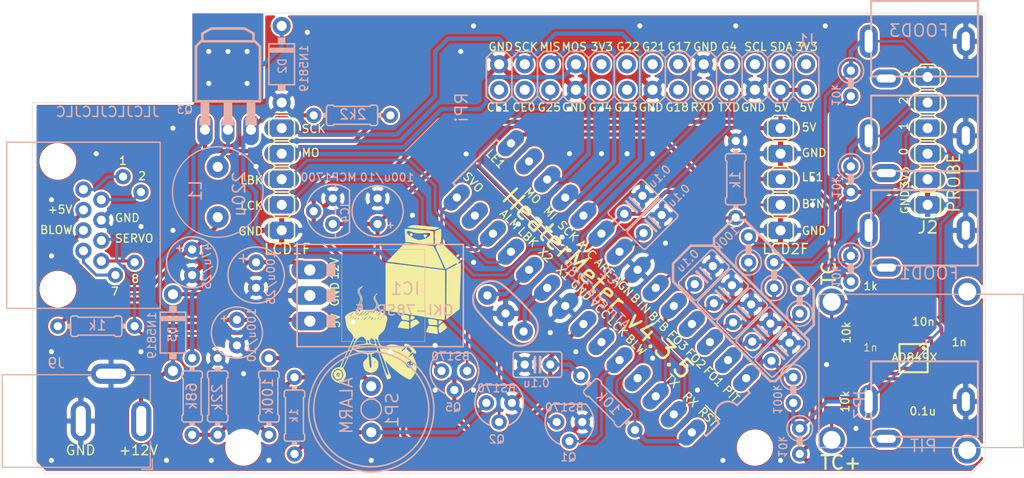
<source format=kicad_pcb>
(kicad_pcb (version 20171130) (host pcbnew "(5.1.8)-1")
  (layers (0 Top signal) (31 Bottom signal) (36 B.SilkS user) (37 F.SilkS user) (38 B.Mask user) (39 F.Mask user) (44 Edge.Cuts user))
  (net 0 "")
  (net 1 GND)
  (net 2 +5V)
  (net 3 +12V)
  (net 4 +3V3)
  (net 5 /PIT)
  (net 6 /FOOD1)
  (net 7 /FOOD2)
  (net 8 /FOOD3)
  (net 9 /+12V_FB)
  (net 10 /BUTTONS)
  (net 11 "Net-(C2-Pad1)")
  (net 12 /SCK)
  (net 13 /MISO)
  (net 14 /MOSI)
  (net 15 /~RF_SEL)
  (net 16 /LED1)
  (net 17 /SERVO)
  (net 18 "Net-(IC2-Pad13)")
  (net 19 /ALARM)
  (net 20 /LCD_BKLT)
  (net 21 "Net-(IC2-Pad10)")
  (net 22 "Net-(IC2-Pad9)")
  (net 23 /LCD_CLK)
  (net 24 /BLOWER)
  (net 25 /~IRQ)
  (net 26 /TX)
  (net 27 /RX)
  (net 28 /~RESET)
  (net 29 "Net-(J2-Pad6)")
  (net 30 "Net-(J2-Pad5)")
  (net 31 "Net-(J2-Pad4)")
  (net 32 /PIT_P)
  (net 33 "Net-(C4-Pad+)")
  (net 34 "Net-(Q2-PadD)")
  (net 35 "Net-(JP3-Pad3)")
  (net 36 "Net-(JP4-Pad3)")
  (net 37 "Net-(JP5-Pad3)")
  (net 38 "Net-(JP6-Pad3)")
  (net 39 /OUT-8)
  (net 40 /SRVBST)
  (net 41 /OUT-2)
  (net 42 /OUT-1)
  (net 43 /+12V_BLW)
  (net 44 /OUT-7)
  (net 45 "Net-(D2-PadC)")
  (net 46 "Net-(Q1-PadD)")
  (net 47 "Net-(R13-Pad2)")
  (net 48 "Net-(J4-PadTC+)")
  (net 49 "Net-(J4-PadTC-)")
  (net 50 "Net-(C8-Pad2)")
  (net 51 "Net-(IC5-Pad4)")
  (net 52 "Net-(C11-Pad1)")
  (net 53 "Net-(J1-Pad25)")
  (net 54 "Net-(J1-Pad23)")
  (net 55 "Net-(J1-Pad21)")
  (net 56 "Net-(J1-Pad19)")
  (net 57 "Net-(J1-Pad16)")
  (net 58 "Net-(J1-Pad15)")
  (net 59 "Net-(J1-Pad13)")
  (net 60 "Net-(J1-Pad12)")
  (net 61 "Net-(J1-Pad11)")
  (net 62 "Net-(J1-Pad10)")
  (net 63 "Net-(J1-Pad9)")
  (net 64 "Net-(J1-Pad4)")
  (net 65 "Net-(J1-Pad2)")
  (module HeaterMeterPI:boxy (layer Top) (at 137.287 110.998)
    (fp_text reference G*** hide)
    (fp_text value LOGO hide)
  )
  (module HeaterMeterPI:2X13 (layer Bottom) (at 162.7886 88.4936)
    (fp_text reference J1 (at 14.2494 -2.921) (layer B.SilkS) (effects (font (size 1.2065 1.2065) (thickness 0.156845)) (justify right bottom mirror)))
    (fp_text value RPi (at -18.2626 1.4224 -90) (layer B.SilkS) (effects (font (size 1.2065 1.2065) (thickness 0.156845)) (justify left bottom mirror)))
    (pad 26 thru_hole circle (at 15.24 1.27) (size 1.8 1.8) (drill 1) (layers *.Cu *.Mask) (net 2 +5V))
    (pad 25 thru_hole circle (at 15.24 -1.27) (size 1.8 1.8) (drill 1) (layers *.Cu *.Mask) (net 53 "Net-(J1-Pad25)"))
    (pad 24 thru_hole circle (at 12.7 1.27) (size 1.8 1.8) (drill 1) (layers *.Cu *.Mask) (net 2 +5V))
    (pad 23 thru_hole circle (at 12.7 -1.27) (size 1.8 1.8) (drill 1) (layers *.Cu *.Mask) (net 54 "Net-(J1-Pad23)"))
    (pad 22 thru_hole circle (at 10.16 1.27) (size 1.8 1.8) (drill 1) (layers *.Cu *.Mask) (net 1 GND))
    (pad 21 thru_hole circle (at 10.16 -1.27) (size 1.8 1.8) (drill 1) (layers *.Cu *.Mask) (net 55 "Net-(J1-Pad21)"))
    (pad 20 thru_hole circle (at 7.62 1.27) (size 1.8 1.8) (drill 1) (layers *.Cu *.Mask) (net 27 /RX))
    (pad 19 thru_hole circle (at 7.62 -1.27) (size 1.8 1.8) (drill 1) (layers *.Cu *.Mask) (net 56 "Net-(J1-Pad19)"))
    (pad 18 thru_hole circle (at 5.08 1.27) (size 1.8 1.8) (drill 1) (layers *.Cu *.Mask) (net 26 /TX))
    (pad 17 thru_hole circle (at 5.08 -1.27) (size 1.8 1.8) (drill 1) (layers *.Cu *.Mask) (net 1 GND))
    (pad 16 thru_hole circle (at 2.54 1.27) (size 1.8 1.8) (drill 1) (layers *.Cu *.Mask) (net 57 "Net-(J1-Pad16)"))
    (pad 15 thru_hole circle (at 2.54 -1.27) (size 1.8 1.8) (drill 1) (layers *.Cu *.Mask) (net 58 "Net-(J1-Pad15)"))
    (pad 14 thru_hole circle (at 0 1.27) (size 1.8 1.8) (drill 1) (layers *.Cu *.Mask) (net 1 GND))
    (pad 13 thru_hole circle (at 0 -1.27) (size 1.8 1.8) (drill 1) (layers *.Cu *.Mask) (net 59 "Net-(J1-Pad13)"))
    (pad 12 thru_hole circle (at -2.54 1.27) (size 1.8 1.8) (drill 1) (layers *.Cu *.Mask) (net 60 "Net-(J1-Pad12)"))
    (pad 11 thru_hole circle (at -2.54 -1.27) (size 1.8 1.8) (drill 1) (layers *.Cu *.Mask) (net 61 "Net-(J1-Pad11)"))
    (pad 10 thru_hole circle (at -5.08 1.27) (size 1.8 1.8) (drill 1) (layers *.Cu *.Mask) (net 62 "Net-(J1-Pad10)"))
    (pad 9 thru_hole circle (at -5.08 -1.27) (size 1.8 1.8) (drill 1) (layers *.Cu *.Mask) (net 63 "Net-(J1-Pad9)"))
    (pad 8 thru_hole circle (at -7.62 1.27) (size 1.8 1.8) (drill 1) (layers *.Cu *.Mask) (net 1 GND))
    (pad 7 thru_hole circle (at -7.62 -1.27) (size 1.8 1.8) (drill 1) (layers *.Cu *.Mask) (net 14 /MOSI))
    (pad 6 thru_hole circle (at -10.16 1.27) (size 1.8 1.8) (drill 1) (layers *.Cu *.Mask) (net 28 /~RESET))
    (pad 5 thru_hole circle (at -10.16 -1.27) (size 1.8 1.8) (drill 1) (layers *.Cu *.Mask) (net 13 /MISO))
    (pad 4 thru_hole circle (at -12.7 1.27) (size 1.8 1.8) (drill 1) (layers *.Cu *.Mask) (net 64 "Net-(J1-Pad4)"))
    (pad 3 thru_hole circle (at -12.7 -1.27) (size 1.8 1.8) (drill 1) (layers *.Cu *.Mask) (net 12 /SCK))
    (pad 2 thru_hole circle (at -15.24 1.27) (size 1.8 1.8) (drill 1) (layers *.Cu *.Mask) (net 65 "Net-(J1-Pad2)"))
    (pad 1 thru_hole circle (at -15.24 -1.27) (size 1.8 1.8) (drill 1) (layers *.Cu *.Mask) (net 1 GND))
  )
  (module HeaterMeterPI:0204_7 (layer Bottom) (at 158.3436 120.8786 135)
    (fp_text reference R20 hide)
    (fp_text value 10k (at 1.40092 -0.538815 135) (layer B.SilkS) (effects (justify right bottom mirror)))
    (pad 2 thru_hole circle (at 3.81 0 135) (size 1.524 1.524) (drill 0.8128) (layers *.Cu *.Mask) (net 4 +3V3))
    (pad 1 thru_hole circle (at -3.81 0 135) (size 1.524 1.524) (drill 0.8128) (layers *.Cu *.Mask) (net 28 /~RESET))
  )
  (module HeaterMeterPI:0204_7 (layer Bottom) (at 171.0436 98.6536 270)
    (fp_text reference R1 hide)
    (fp_text value 1k (at 1.0414 -0.5334 90) (layer B.SilkS) (effects (justify right bottom mirror)))
    (pad 2 thru_hole circle (at 3.81 0 270) (size 1.524 1.524) (drill 0.8128) (layers *.Cu *.Mask) (net 10 /BUTTONS))
    (pad 1 thru_hole circle (at -3.81 0 270) (size 1.524 1.524) (drill 0.8128) (layers *.Cu *.Mask) (net 1 GND))
  )
  (module HeaterMeterPI:0204_7 (layer Bottom) (at 132.9436 92.3036 180)
    (fp_text reference R14 hide)
    (fp_text value 2k2 (at 1.3716 -0.4826) (layer B.SilkS) (effects (justify right bottom mirror)))
    (pad 2 thru_hole circle (at 3.81 0 180) (size 1.524 1.524) (drill 0.8128) (layers *.Cu *.Mask) (net 46 "Net-(Q1-PadD)"))
    (pad 1 thru_hole circle (at -3.81 0 180) (size 1.524 1.524) (drill 0.8128) (layers *.Cu *.Mask) (net 3 +12V))
  )
  (module HeaterMeterPI:0204_7 (layer Bottom) (at 127.2286 122.1486 90)
    (fp_text reference R3 hide)
    (fp_text value 1k (at -0.7874 0.4064 90) (layer B.SilkS) (effects (font (size 0.8 0.8) (thickness 0.13)) (justify right bottom mirror)))
    (pad 2 thru_hole circle (at 3.81 0 90) (size 1.524 1.524) (drill 0.8128) (layers *.Cu *.Mask) (net 3 +12V))
    (pad 1 thru_hole circle (at -3.81 0 90) (size 1.524 1.524) (drill 0.8128) (layers *.Cu *.Mask) (net 34 "Net-(Q2-PadD)"))
  )
  (module HeaterMeterPI:0204_7 (layer Bottom) (at 119.6086 120.2436 90)
    (fp_text reference R4 hide)
    (fp_text value 22k (at -1.5494 0.5334 90) (layer B.SilkS) (effects (justify right bottom mirror)))
    (pad 2 thru_hole circle (at 3.81 0 90) (size 1.524 1.524) (drill 0.8128) (layers *.Cu *.Mask) (net 1 GND))
    (pad 1 thru_hole circle (at -3.81 0 90) (size 1.524 1.524) (drill 0.8128) (layers *.Cu *.Mask) (net 47 "Net-(R13-Pad2)"))
  )
  (module HeaterMeterPI:0204_7 (layer Bottom) (at 117.0686 120.2436 270)
    (fp_text reference R13 hide)
    (fp_text value 68k (at 1.4224 -0.5334 90) (layer B.SilkS) (effects (justify right bottom mirror)))
    (pad 2 thru_hole circle (at 3.81 0 270) (size 1.524 1.524) (drill 0.8128) (layers *.Cu *.Mask) (net 47 "Net-(R13-Pad2)"))
    (pad 1 thru_hole circle (at -3.81 0 270) (size 1.524 1.524) (drill 0.8128) (layers *.Cu *.Mask) (net 43 /+12V_BLW))
  )
  (module HeaterMeterPI:0204_7 (layer Bottom) (at 124.6886 120.2436 90)
    (fp_text reference R19 hide)
    (fp_text value 100k (at -1.9304 0.4826 90) (layer B.SilkS) (effects (justify right bottom mirror)))
    (pad 2 thru_hole circle (at 3.81 0 90) (size 1.524 1.524) (drill 0.8128) (layers *.Cu *.Mask) (net 9 /+12V_FB))
    (pad 1 thru_hole circle (at -3.81 0 90) (size 1.524 1.524) (drill 0.8128) (layers *.Cu *.Mask) (net 47 "Net-(R13-Pad2)"))
  )
  (module HeaterMeterPI:0204_7 (layer Bottom) (at 107.5436 113.2586 180)
    (fp_text reference R21 hide)
    (fp_text value 1k (at 0.8636 -0.4826) (layer B.SilkS) (effects (justify right bottom mirror)))
    (pad 2 thru_hole circle (at 3.81 0 180) (size 1.524 1.524) (drill 0.8128) (layers *.Cu *.Mask) (net 2 +5V))
    (pad 1 thru_hole circle (at -3.81 0 180) (size 1.524 1.524) (drill 0.8128) (layers *.Cu *.Mask) (net 40 /SRVBST))
  )
  (module HeaterMeterPI:C0805 (layer Top) (at 189.4586 120.2436)
    (fp_text reference C13 hide)
    (fp_text value 0.1u (at -1.2446 1.9304) (layer F.SilkS) (effects (font (size 0.8 0.8) (thickness 0.13)) (justify left bottom)))
    (pad 2 smd rect (at 0.85 0) (size 1.3 1.5) (layers Top F.Paste F.Mask) (net 1 GND))
    (pad 1 smd rect (at -0.85 0) (size 1.3 1.5) (layers Top F.Paste F.Mask) (net 4 +3V3))
  )
  (module HeaterMeterPI:C0805 (layer Top) (at 184.3786 113.8936 180)
    (fp_text reference C11 hide)
    (fp_text value 1n (at 0.7366 -1.9304) (layer F.SilkS) (effects (font (size 0.77216 0.77216) (thickness 0.077216)) (justify left bottom)))
    (pad 2 smd rect (at 0.85 0 180) (size 1.3 1.5) (layers Top F.Paste F.Mask) (net 1 GND))
    (pad 1 smd rect (at -0.85 0 180) (size 1.3 1.5) (layers Top F.Paste F.Mask) (net 52 "Net-(C11-Pad1)"))
  )
  (module HeaterMeterPI:C0805 (layer Top) (at 189.4586 111.3536 180)
    (fp_text reference C9 hide)
    (fp_text value 10n (at 0.9906 -1.9304) (layer F.SilkS) (effects (font (size 0.8 0.8) (thickness 0.13)) (justify left bottom)))
    (pad 2 smd rect (at 0.85 0 180) (size 1.3 1.5) (layers Top F.Paste F.Mask) (net 52 "Net-(C11-Pad1)"))
    (pad 1 smd rect (at -0.85 0 180) (size 1.3 1.5) (layers Top F.Paste F.Mask) (net 50 "Net-(C8-Pad2)"))
  )
  (module HeaterMeterPI:C0805 (layer Top) (at 193.2686 116.4336 180)
    (fp_text reference C8 hide)
    (fp_text value 1n (at 0.8636 1.1176) (layer F.SilkS) (effects (font (size 0.8 0.8) (thickness 0.13)) (justify left bottom)))
    (pad 2 smd rect (at 0.85 0 180) (size 1.3 1.5) (layers Top F.Paste F.Mask) (net 50 "Net-(C8-Pad2)"))
    (pad 1 smd rect (at -0.85 0 180) (size 1.3 1.5) (layers Top F.Paste F.Mask) (net 1 GND))
  )
  (module HeaterMeterPI:CUI-MJ-2508 (layer Bottom) (at 189.4586 94.3356 270)
    (fp_text reference JP5 hide)
    (fp_text value FOOD2 hide)
    (pad 2 thru_hole oval (at 0 5.216 90) (size 3.3 1.8) (drill oval 2.3 0.8) (layers *.Cu *.Mask) (net 30 "Net-(J2-Pad5)"))
    (pad 1 thru_hole oval (at 0 -4.43 270) (size 2.9 1.8) (drill oval 1.9 0.8) (layers *.Cu *.Mask) (net 1 GND))
    (pad 3 thru_hole oval (at 3.7 3.47 180) (size 2.9 1.8) (drill oval 1.9 0.8) (layers *.Cu *.Mask) (net 37 "Net-(JP5-Pad3)"))
  )
  (module HeaterMeterPI:CUI-MJ-2508 (layer Bottom) (at 189.4586 103.7336 270)
    (fp_text reference JP4 hide)
    (fp_text value FOOD1 (at 4.9784 -3.8354) (layer B.SilkS) (effects (font (size 1.2065 1.2065) (thickness 0.156845)) (justify left bottom mirror)))
    (pad 2 thru_hole oval (at 0 5.216 90) (size 3.3 1.8) (drill oval 2.3 0.8) (layers *.Cu *.Mask) (net 31 "Net-(J2-Pad4)"))
    (pad 1 thru_hole oval (at 0 -4.43 270) (size 2.9 1.8) (drill oval 1.9 0.8) (layers *.Cu *.Mask) (net 1 GND))
    (pad 3 thru_hole oval (at 3.7 3.47 180) (size 2.9 1.8) (drill oval 1.9 0.8) (layers *.Cu *.Mask) (net 36 "Net-(JP4-Pad3)"))
  )
  (module HeaterMeterPI:CUI-MJ-2508 (layer Bottom) (at 189.4586 120.7516 270)
    (fp_text reference JP3 (at 1.913 5.326 90) (layer B.SilkS) (effects (font (size 1.2065 1.2065) (thickness 0.156845)) (justify right bottom mirror)))
    (fp_text value PIT (at 5.1054 -1.6764) (layer B.SilkS) (effects (font (size 1.2065 1.2065) (thickness 0.156845)) (justify left bottom mirror)))
    (pad 2 thru_hole oval (at 0 5.216 90) (size 3.3 1.8) (drill oval 2.3 0.8) (layers *.Cu *.Mask) (net 32 /PIT_P))
    (pad 1 thru_hole oval (at 0 -4.43 270) (size 2.9 1.8) (drill oval 1.9 0.8) (layers *.Cu *.Mask) (net 1 GND))
    (pad 3 thru_hole oval (at 3.7 3.47 180) (size 2.9 1.8) (drill oval 1.9 0.8) (layers *.Cu *.Mask) (net 35 "Net-(JP3-Pad3)"))
  )
  (module HeaterMeterPI:CUI-MJ-2508 (layer Bottom) (at 189.4586 84.9376 270)
    (fp_text reference JP6 hide)
    (fp_text value FOOD3 (at -0.3556 -2.8194) (layer B.SilkS) (effects (font (size 1.2065 1.2065) (thickness 0.156845)) (justify left bottom mirror)))
    (pad 2 thru_hole oval (at 0 5.216 90) (size 3.3 1.8) (drill oval 2.3 0.8) (layers *.Cu *.Mask) (net 29 "Net-(J2-Pad6)"))
    (pad 1 thru_hole oval (at 0 -4.43 270) (size 2.9 1.8) (drill oval 1.9 0.8) (layers *.Cu *.Mask) (net 1 GND))
    (pad 3 thru_hole oval (at 3.7 3.47 180) (size 2.9 1.8) (drill oval 1.9 0.8) (layers *.Cu *.Mask) (net 38 "Net-(JP6-Pad3)"))
  )
  (module Connector_BarrelJack:BarrelJack_Horizontal (layer Bottom) (at 112.014 122.682)
    (fp_text reference J9 (at -8.45 -5.75) (layer B.SilkS) (effects (justify mirror)))
    (fp_text value Barrel_Jack_Switch hide)
    (pad 3 thru_hole oval (at -3 -4.7) (size 4 2) (drill oval 3 1) (layers *.Cu *.Mask) (net 1 GND))
    (pad 2 thru_hole oval (at -6 0) (size 2 4) (drill oval 1 3) (layers *.Cu *.Mask) (net 1 GND))
    (pad 1 thru_hole oval (at 0 0) (size 2 4) (drill oval 1 3) (layers *.Cu *.Mask) (net 3 +12V))
  )
  (module MountingHole:MountingHole_3.2mm_M3_ISO14580 (layer Top) (at 172.9486 125.3236)
    (fp_text reference H2 hide)
    (fp_text value MountingHole hide)
    (pad 1 np_thru_hole circle (at 0 0) (size 3.2 3.2) (drill 3.2) (layers *.Cu *.Mask))
  )
  (module MountingHole:MountingHole_3.2mm_M3_ISO14580 (layer Top) (at 122.1486 125.3236)
    (fp_text reference H1 hide)
    (fp_text value MountingHole hide)
    (pad 1 np_thru_hole circle (at 0 0) (size 3.2 3.2) (drill 3.2) (layers *.Cu *.Mask))
  )
  (module HeaterMeterPI:DIL28-3 (layer Bottom) (at 157.7086 109.4486 135)
    (fp_text reference IC2 (at 1.311117 0.808223 315) (layer B.SilkS) (effects (font (size 0.9652 0.9652) (thickness 0.14478)) (justify right bottom mirror)))
    (fp_text value ATmega328P (at 4.633812 -1.436841 315) (layer B.SilkS) (effects (font (size 0.9652 0.9652) (thickness 0.14478)) (justify right bottom mirror)))
    (pad 28 thru_hole oval (at -16.51 3.81 45) (size 3.048 1.524) (drill 0.8128) (layers *.Cu *.Mask) (net 5 /PIT))
    (pad 27 thru_hole oval (at -13.97 3.81 45) (size 3.048 1.524) (drill 0.8128) (layers *.Cu *.Mask) (net 6 /FOOD1))
    (pad 26 thru_hole oval (at -11.43 3.81 45) (size 3.048 1.524) (drill 0.8128) (layers *.Cu *.Mask) (net 7 /FOOD2))
    (pad 25 thru_hole oval (at -8.89 3.81 45) (size 3.048 1.524) (drill 0.8128) (layers *.Cu *.Mask) (net 8 /FOOD3))
    (pad 24 thru_hole oval (at -6.35 3.81 45) (size 3.048 1.524) (drill 0.8128) (layers *.Cu *.Mask) (net 9 /+12V_FB))
    (pad 23 thru_hole oval (at -3.81 3.81 45) (size 3.048 1.524) (drill 0.8128) (layers *.Cu *.Mask) (net 10 /BUTTONS))
    (pad 22 thru_hole oval (at -1.27 3.81 45) (size 3.048 1.524) (drill 0.8128) (layers *.Cu *.Mask) (net 1 GND))
    (pad 21 thru_hole oval (at 1.27 3.81 45) (size 3.048 1.524) (drill 0.8128) (layers *.Cu *.Mask) (net 11 "Net-(C2-Pad1)"))
    (pad 20 thru_hole oval (at 3.81 3.81 45) (size 3.048 1.524) (drill 0.8128) (layers *.Cu *.Mask) (net 4 +3V3))
    (pad 19 thru_hole oval (at 6.35 3.81 45) (size 3.048 1.524) (drill 0.8128) (layers *.Cu *.Mask) (net 12 /SCK))
    (pad 18 thru_hole oval (at 8.89 3.81 45) (size 3.048 1.524) (drill 0.8128) (layers *.Cu *.Mask) (net 13 /MISO))
    (pad 17 thru_hole oval (at 11.43 3.81 45) (size 3.048 1.524) (drill 0.8128) (layers *.Cu *.Mask) (net 14 /MOSI))
    (pad 16 thru_hole oval (at 13.97 3.81 45) (size 3.048 1.524) (drill 0.8128) (layers *.Cu *.Mask) (net 15 /~RF_SEL))
    (pad 15 thru_hole oval (at 16.51 3.81 45) (size 3.048 1.524) (drill 0.8128) (layers *.Cu *.Mask) (net 16 /LED1))
    (pad 14 thru_hole oval (at 16.51 -3.81 45) (size 3.048 1.524) (drill 0.8128) (layers *.Cu *.Mask) (net 17 /SERVO))
    (pad 13 thru_hole oval (at 13.97 -3.81 45) (size 3.048 1.524) (drill 0.8128) (layers *.Cu *.Mask) (net 18 "Net-(IC2-Pad13)"))
    (pad 12 thru_hole oval (at 11.43 -3.81 45) (size 3.048 1.524) (drill 0.8128) (layers *.Cu *.Mask) (net 19 /ALARM))
    (pad 11 thru_hole oval (at 8.89 -3.81 45) (size 3.048 1.524) (drill 0.8128) (layers *.Cu *.Mask) (net 20 /LCD_BKLT))
    (pad 10 thru_hole oval (at 6.35 -3.81 45) (size 3.048 1.524) (drill 0.8128) (layers *.Cu *.Mask) (net 21 "Net-(IC2-Pad10)"))
    (pad 9 thru_hole oval (at 3.81 -3.81 45) (size 3.048 1.524) (drill 0.8128) (layers *.Cu *.Mask) (net 22 "Net-(IC2-Pad9)"))
    (pad 8 thru_hole oval (at 1.27 -3.81 45) (size 3.048 1.524) (drill 0.8128) (layers *.Cu *.Mask) (net 1 GND))
    (pad 7 thru_hole oval (at -1.27 -3.81 45) (size 3.048 1.524) (drill 0.8128) (layers *.Cu *.Mask) (net 4 +3V3))
    (pad 6 thru_hole oval (at -3.81 -3.81 45) (size 3.048 1.524) (drill 0.8128) (layers *.Cu *.Mask) (net 23 /LCD_CLK))
    (pad 5 thru_hole oval (at -6.35 -3.81 45) (size 3.048 1.524) (drill 0.8128) (layers *.Cu *.Mask) (net 24 /BLOWER))
    (pad 4 thru_hole oval (at -8.89 -3.81 45) (size 3.048 1.524) (drill 0.8128) (layers *.Cu *.Mask) (net 25 /~IRQ))
    (pad 3 thru_hole oval (at -11.43 -3.81 45) (size 3.048 1.524) (drill 0.8128) (layers *.Cu *.Mask) (net 26 /TX))
    (pad 2 thru_hole oval (at -13.97 -3.81 45) (size 3.048 1.524) (drill 0.8128) (layers *.Cu *.Mask) (net 27 /RX))
    (pad 1 thru_hole oval (at -16.51 -3.81 45) (size 3.048 1.524) (drill 0.8128) (layers *.Cu *.Mask) (net 28 /~RESET))
  )
  (module HeaterMeterPI:RESONATOR-PTH (layer Bottom) (at 148.1836 111.9886 135)
    (fp_text reference Y1 hide)
    (fp_text value 16MHz hide)
    (pad 3 thru_hole circle (at 2.54 0 135) (size 1.8796 1.8796) (drill 0.8128) (layers *.Cu *.Mask) (net 21 "Net-(IC2-Pad10)"))
    (pad 1 thru_hole circle (at -2.54 0 135) (size 1.8796 1.8796) (drill 0.8128) (layers *.Cu *.Mask) (net 22 "Net-(IC2-Pad9)"))
    (pad 2 thru_hole circle (at 0 0 135) (size 1.8796 1.8796) (drill 0.8128) (layers *.Cu *.Mask) (net 1 GND))
  )
  (module HeaterMeterPI:C025-025X050 (layer Bottom) (at 160.8836 101.1936 45)
    (fp_text reference C3 hide)
    (fp_text value 0.1u (at 2.424669 0.305329 225) (layer B.SilkS) (effects (font (size 0.8 0.8) (thickness 0.13)) (justify right bottom mirror)))
    (pad 2 thru_hole circle (at 1.27 0 45) (size 1.524 1.524) (drill 0.8128) (layers *.Cu *.Mask) (net 1 GND))
    (pad 1 thru_hole circle (at -1.27 0 45) (size 1.524 1.524) (drill 0.8128) (layers *.Cu *.Mask) (net 4 +3V3))
  )
  (module HeaterMeterPI:0207_2V (layer Bottom) (at 182.4736 89.1286 270)
    (fp_text reference R5 hide)
    (fp_text value "10k 1%" hide)
    (pad 2 thru_hole circle (at 1.27 0 270) (size 1.524 1.524) (drill 0.8128) (layers *.Cu *.Mask) (net 4 +3V3))
    (pad 1 thru_hole circle (at -1.27 0 270) (size 1.524 1.524) (drill 0.8128) (layers *.Cu *.Mask) (net 29 "Net-(J2-Pad6)"))
  )
  (module HeaterMeterPI:0207_2V (layer Bottom) (at 182.4736 98.6536 270)
    (fp_text reference R16 hide)
    (fp_text value "10k 1%" hide)
    (pad 2 thru_hole circle (at 1.27 0 270) (size 1.524 1.524) (drill 0.8128) (layers *.Cu *.Mask) (net 4 +3V3))
    (pad 1 thru_hole circle (at -1.27 0 270) (size 1.524 1.524) (drill 0.8128) (layers *.Cu *.Mask) (net 30 "Net-(J2-Pad5)"))
  )
  (module HeaterMeterPI:0207_2V (layer Bottom) (at 182.4736 107.5436 270)
    (fp_text reference R17 hide)
    (fp_text value "10k 1%" hide)
    (pad 2 thru_hole circle (at 1.27 0 270) (size 1.524 1.524) (drill 0.8128) (layers *.Cu *.Mask) (net 4 +3V3))
    (pad 1 thru_hole circle (at -1.27 0 270) (size 1.524 1.524) (drill 0.8128) (layers *.Cu *.Mask) (net 31 "Net-(J2-Pad4)"))
  )
  (module HeaterMeterPI:0207_2V (layer Bottom) (at 177.3936 124.6886 270)
    (fp_text reference R18 hide)
    (fp_text value "10k 1%" hide)
    (pad 2 thru_hole circle (at 1.27 0 270) (size 1.524 1.524) (drill 0.8128) (layers *.Cu *.Mask) (net 4 +3V3))
    (pad 1 thru_hole circle (at -1.27 0 270) (size 1.524 1.524) (drill 0.8128) (layers *.Cu *.Mask) (net 32 /PIT_P))
  )
  (module HeaterMeterPI:DO41-7 (layer Bottom) (at 115.1636 113.8936 270)
    (fp_text reference D3 (at 1.0414 -0.4064 90) (layer B.SilkS) (effects (font (size 0.8 0.8) (thickness 0.13)) (justify right bottom mirror)))
    (fp_text value 1N5819 (at 2.6924 1.6256 90) (layer B.SilkS) (effects (font (size 0.8 0.8) (thickness 0.13)) (justify right bottom mirror)))
    (pad A thru_hole circle (at 3.81 0 270) (size 1.8 1.8) (drill 1) (layers *.Cu *.Mask) (net 3 +12V))
    (pad C thru_hole circle (at -3.81 0 270) (size 1.8 1.8) (drill 1) (layers *.Cu *.Mask) (net 33 "Net-(C4-Pad+)"))
  )
  (module HeaterMeterPI:E2,5-6 (layer Bottom) (at 123.4186 108.1786 270)
    (fp_text reference C4 hide)
    (fp_text value 100u/25 (at -2.5146 -1.9304 270) (layer B.SilkS) (effects (font (size 0.8 0.8) (thickness 0.13)) (justify left bottom mirror)))
    (pad + thru_hole circle (at -1.27 0 270) (size 1.6002 1.6002) (drill 0.8128) (layers *.Cu *.Mask) (net 33 "Net-(C4-Pad+)"))
    (pad - thru_hole circle (at 1.27 0 270) (size 1.6002 1.6002) (drill 0.8128) (layers *.Cu *.Mask) (net 1 GND))
  )
  (module HeaterMeterPI:E2,5-5 (layer Bottom) (at 121.5136 113.8936 270)
    (fp_text reference C5 hide)
    (fp_text value 100u/10 (at -2.5146 -1.9304 270) (layer B.SilkS) (effects (font (size 0.8 0.8) (thickness 0.13)) (justify left bottom mirror)))
    (pad + thru_hole circle (at -1.27 0 270) (size 1.6002 1.6002) (drill 0.8128) (layers *.Cu *.Mask) (net 2 +5V))
    (pad - thru_hole circle (at 1.27 0 270) (size 1.6002 1.6002) (drill 0.8128) (layers *.Cu *.Mask) (net 1 GND))
  )
  (module HeaterMeterPI:AL11P (layer Bottom) (at 134.8486 121.5136 90)
    (fp_text reference SP1 (at -1.9304 2.794 90) (layer B.SilkS) (effects (font (size 1.2065 1.2065) (thickness 0.156845)) (justify right bottom mirror)))
    (fp_text value ALARM (at -2.5654 -1.7526 90) (layer B.SilkS) (effects (font (size 1.2065 1.2065) (thickness 0.156845)) (justify right bottom mirror)))
    (pad + thru_hole circle (at 2.286 0 90) (size 1.905 1.905) (drill 1) (layers *.Cu *.Mask) (net 3 +12V))
    (pad - thru_hole circle (at -2.286 0 90) (size 1.905 1.905) (drill 1) (layers *.Cu *.Mask) (net 34 "Net-(Q2-PadD)"))
  )
  (module HeaterMeterPI:TO220HMURATA (layer Bottom) (at 133.8326 110.2106 90)
    (fp_text reference IC1 (at -0.0254 2.8194 180) (layer B.SilkS) (effects (font (size 1.2065 1.2065) (thickness 0.156845)) (justify right bottom mirror)))
    (fp_text value OKI-78SR-5 (at -2.0574 -0.7366 180) (layer B.SilkS) (effects (justify right bottom mirror)))
    (pad 1 thru_hole oval (at 2.54 -5.08) (size 3.6576 1.8288) (drill 1.1176) (layers *.Cu *.Mask) (net 33 "Net-(C4-Pad+)"))
    (pad 2 thru_hole oval (at 0 -5.08) (size 3.6576 1.8288) (drill 1.1176) (layers *.Cu *.Mask) (net 1 GND))
    (pad 3 thru_hole oval (at -2.54 -5.08) (size 3.6576 1.8288) (drill 1.1176) (layers *.Cu *.Mask) (net 2 +5V))
  )
  (module HeaterMeterPI:E2,5-5 (layer Bottom) (at 135.4836 101.8286 90)
    (fp_text reference C6 hide)
    (fp_text value 100u/10 (at 2.8956 3.7084) (layer B.SilkS) (effects (font (size 0.8 0.8) (thickness 0.13)) (justify left bottom mirror)))
    (pad + thru_hole circle (at -1.27 0 90) (size 1.6002 1.6002) (drill 0.8128) (layers *.Cu *.Mask) (net 4 +3V3))
    (pad - thru_hole circle (at 1.27 0 90) (size 1.6002 1.6002) (drill 0.8128) (layers *.Cu *.Mask) (net 1 GND))
  )
  (module HeaterMeterPI:TO92 (layer Bottom) (at 131.0386 101.8286 270)
    (fp_text reference IC4 (at -0.8636 -1.6764 270) (layer B.SilkS) (effects (font (size 0.8 0.8) (thickness 0.13)) (justify left bottom mirror)))
    (fp_text value MCP1700 (at -2.8956 -2.4384) (layer B.SilkS) (effects (font (size 0.8 0.8) (thickness 0.13)) (justify left bottom mirror)))
    (pad 3 thru_hole circle (at 1.27 0 270) (size 1.524 1.524) (drill 0.8128) (layers *.Cu *.Mask) (net 4 +3V3))
    (pad 2 thru_hole circle (at 0 1.905 270) (size 1.524 1.524) (drill 0.8128) (layers *.Cu *.Mask) (net 2 +5V))
    (pad 1 thru_hole circle (at -1.27 0 270) (size 1.524 1.524) (drill 0.8128) (layers *.Cu *.Mask) (net 1 GND))
  )
  (module HeaterMeterPI:RJ45-8-1H (layer Bottom) (at 103.7336 109.5756 90)
    (fp_text reference JP2 hide)
    (fp_text value RJ45-8 hide)
    (pad "" np_thru_hole circle (at 12.7 0 90) (size 3.25 3.25) (drill 3.25) (layers *.Cu *.Mask))
    (pad "" np_thru_hole circle (at 0 0 90) (size 3.25 3.25) (drill 3.25) (layers *.Cu *.Mask))
    (pad 8 thru_hole circle (at 2.794 4.318 90) (size 1.6112 1.6112) (drill 0.9) (layers *.Cu *.Mask) (net 39 /OUT-8))
    (pad 6 thru_hole circle (at 4.826 4.318 90) (size 1.6112 1.6112) (drill 0.9) (layers *.Cu *.Mask) (net 40 /SRVBST))
    (pad 4 thru_hole circle (at 6.858 4.318 90) (size 1.6112 1.6112) (drill 0.9) (layers *.Cu *.Mask) (net 1 GND))
    (pad 2 thru_hole circle (at 8.89 4.318 90) (size 1.6112 1.6112) (drill 0.9) (layers *.Cu *.Mask) (net 41 /OUT-2))
    (pad 1 thru_hole circle (at 9.906 2.54 90) (size 1.6112 1.6112) (drill 0.9) (layers *.Cu *.Mask) (net 42 /OUT-1))
    (pad 3 thru_hole circle (at 7.874 2.54 90) (size 1.6112 1.6112) (drill 0.9) (layers *.Cu *.Mask) (net 2 +5V))
    (pad 5 thru_hole circle (at 5.842 2.54 90) (size 1.6112 1.6112) (drill 0.9) (layers *.Cu *.Mask) (net 43 /+12V_BLW))
    (pad 7 thru_hole circle (at 3.81 2.54 90) (size 1.6112 1.6112) (drill 0.9) (layers *.Cu *.Mask) (net 44 /OUT-7))
  )
  (module HeaterMeterPI:DO41-7 (layer Bottom) (at 125.9586 87.2236 270)
    (fp_text reference D2 (at 1.0414 -0.5334 90) (layer B.SilkS) (effects (font (size 0.8 0.8) (thickness 0.13)) (justify right bottom mirror)))
    (fp_text value 1N5819 (at 2.8194 -2.6924 90) (layer B.SilkS) (effects (font (size 0.8 0.8) (thickness 0.13)) (justify right bottom mirror)))
    (pad A thru_hole circle (at 3.81 0 270) (size 1.8 1.8) (drill 1) (layers *.Cu *.Mask) (net 1 GND))
    (pad C thru_hole circle (at -3.81 0 270) (size 1.8 1.8) (drill 1) (layers *.Cu *.Mask) (net 45 "Net-(D2-PadC)"))
  )
  (module HeaterMeterPI:TO251 (layer Bottom) (at 120.6246 91.0336 180)
    (fp_text reference Q3 (at 3.4036 -1.1684 180) (layer B.SilkS) (effects (font (size 0.8 0.8) (thickness 0.13)) (justify left bottom mirror)))
    (fp_text value FQU11P06TU hide)
    (pad 2@2 smd rect (at 0 3.81 180) (size 6.35 7.62) (layers Bottom B.Paste B.Mask) (net 45 "Net-(D2-PadC)"))
    (pad 3 thru_hole oval (at 2.286 -2.699 90) (size 3.048 1.524) (drill 1) (layers *.Cu *.Mask) (net 3 +12V))
    (pad 2@1 thru_hole oval (at 0 -2.699 90) (size 2.54 1.27) (drill 1) (layers *.Cu *.Mask) (net 45 "Net-(D2-PadC)"))
    (pad 1 thru_hole oval (at -2.286 -2.699 90) (size 3.048 1.524) (drill 1) (layers *.Cu *.Mask) (net 46 "Net-(Q1-PadD)"))
  )
  (module HeaterMeterPI:E2,5-5 (layer Bottom) (at 117.0686 106.9086 270)
    (fp_text reference C12 hide)
    (fp_text value 47u/25 (at -2.0066 -1.9304 90) (layer B.SilkS) (effects (font (size 0.8 0.8) (thickness 0.13)) (justify left bottom mirror)))
    (pad + thru_hole circle (at -1.27 0 270) (size 1.6002 1.6002) (drill 0.8128) (layers *.Cu *.Mask) (net 43 /+12V_BLW))
    (pad - thru_hole circle (at 1.27 0 270) (size 1.6002 1.6002) (drill 0.8128) (layers *.Cu *.Mask) (net 1 GND))
  )
  (module HeaterMeterPI:SOT54E (layer Bottom) (at 154.5336 122.7836)
    (fp_text reference Q1 (at -0.9906 3.9624) (layer B.SilkS) (effects (font (size 0.8 0.8) (thickness 0.13)) (justify right bottom mirror)))
    (fp_text value BS170 (at -2.5146 -0.9906) (layer B.SilkS) (effects (font (size 0.8 0.8) (thickness 0.13)) (justify right bottom mirror)))
    (pad S thru_hole circle (at 1.27 0) (size 1.524 1.524) (drill 0.8128) (layers *.Cu *.Mask) (net 1 GND))
    (pad G thru_hole circle (at 0 1.905) (size 1.524 1.524) (drill 0.8128) (layers *.Cu *.Mask) (net 24 /BLOWER))
    (pad D thru_hole circle (at -1.27 0) (size 1.524 1.524) (drill 0.8128) (layers *.Cu *.Mask) (net 46 "Net-(Q1-PadD)"))
  )
  (module HeaterMeterPI:SOT54E (layer Bottom) (at 147.5486 120.8786)
    (fp_text reference Q2 (at -1.1176 4.0894) (layer B.SilkS) (effects (font (size 0.8 0.8) (thickness 0.13)) (justify right bottom mirror)))
    (fp_text value BS170 (at -2.2606 -0.9906) (layer B.SilkS) (effects (font (size 0.8 0.8) (thickness 0.13)) (justify right bottom mirror)))
    (pad S thru_hole circle (at 1.27 0) (size 1.524 1.524) (drill 0.8128) (layers *.Cu *.Mask) (net 1 GND))
    (pad G thru_hole circle (at 0 1.905) (size 1.524 1.524) (drill 0.8128) (layers *.Cu *.Mask) (net 19 /ALARM))
    (pad D thru_hole circle (at -1.27 0) (size 1.524 1.524) (drill 0.8128) (layers *.Cu *.Mask) (net 34 "Net-(Q2-PadD)"))
  )
  (module HeaterMeterPI:C025-025X050 (layer Bottom) (at 167.8686 108.1786 45)
    (fp_text reference C7 hide)
    (fp_text value 0.1u (at -1.526644 -1.670328 45) (layer B.SilkS) (effects (font (size 0.8 0.8) (thickness 0.13)) (justify right bottom mirror)))
    (pad 2 thru_hole circle (at 1.27 0 45) (size 1.524 1.524) (drill 0.8128) (layers *.Cu *.Mask) (net 1 GND))
    (pad 1 thru_hole circle (at -1.27 0 45) (size 1.524 1.524) (drill 0.8128) (layers *.Cu *.Mask) (net 9 /+12V_FB))
  )
  (module HeaterMeterPI:PCC-SMP (layer Bottom) (at 180.5686 117.7036 90)
    (fp_text reference J4 hide)
    (fp_text value PCC-SMP hide)
    (pad P$4 thru_hole circle (at -7.874 13.462 90) (size 2.667 2.667) (drill 1.778) (layers *.Cu *.Mask))
    (pad P$3 thru_hole circle (at 7.874 13.462 90) (size 2.667 2.667) (drill 1.778) (layers *.Cu *.Mask))
    (pad TC+ thru_hole circle (at -6.858 0 90) (size 2.667 2.667) (drill 1.778) (layers *.Cu *.Mask) (net 48 "Net-(J4-PadTC+)"))
    (pad TC- thru_hole circle (at 6.858 0 90) (size 2.667 2.667) (drill 1.778) (layers *.Cu *.Mask) (net 49 "Net-(J4-PadTC-)"))
  )
  (module HeaterMeterPI:E5-9 (layer Bottom) (at 119.6086 99.9236 270)
    (fp_text reference L1 (at 1.0414 1.4986 90) (layer B.SilkS) (effects (font (size 1.2065 1.2065) (thickness 0.156845)) (justify right bottom mirror)))
    (fp_text value 220u (at 2.5654 -2.8194 90) (layer B.SilkS) (effects (font (size 1.2065 1.2065) (thickness 0.156845)) (justify right bottom mirror)))
    (pad NEG thru_hole circle (at 2.5 0 270) (size 2.1844 2.1844) (drill 1) (layers *.Cu *.Mask) (net 43 /+12V_BLW))
    (pad POS thru_hole circle (at -2.5 0 270) (size 2.1844 2.1844) (drill 1) (layers *.Cu *.Mask) (net 45 "Net-(D2-PadC)"))
  )
  (module HeaterMeterPI:C025-025X050 (layer Bottom) (at 151.3586 117.0686 180)
    (fp_text reference C1 hide)
    (fp_text value 0.1u (at -1.2954 -2.3114 180) (layer B.SilkS) (effects (font (size 0.8 0.8) (thickness 0.13)) (justify left bottom mirror)))
    (pad 2 thru_hole circle (at 1.27 0 180) (size 1.524 1.524) (drill 0.8128) (layers *.Cu *.Mask) (net 1 GND))
    (pad 1 thru_hole circle (at -1.27 0 180) (size 1.524 1.524) (drill 0.8128) (layers *.Cu *.Mask) (net 4 +3V3))
  )
  (module HeaterMeterPI:SOT54E (layer Bottom) (at 143.1036 117.7036)
    (fp_text reference Q5 (at -0.9906 4.0894) (layer B.SilkS) (effects (font (size 0.8 0.8) (thickness 0.13)) (justify right bottom mirror)))
    (fp_text value BS170 (at -2.3876 -0.9906) (layer B.SilkS) (effects (font (size 0.8 0.8) (thickness 0.13)) (justify right bottom mirror)))
    (pad S thru_hole circle (at 1.27 0) (size 1.524 1.524) (drill 0.8128) (layers *.Cu *.Mask) (net 17 /SERVO))
    (pad G thru_hole circle (at 0 1.905) (size 1.524 1.524) (drill 0.8128) (layers *.Cu *.Mask) (net 4 +3V3))
    (pad D thru_hole circle (at -1.27 0) (size 1.524 1.524) (drill 0.8128) (layers *.Cu *.Mask) (net 40 /SRVBST))
  )
  (module HeaterMeterPI:0207_2V (layer Bottom) (at 172.3136 105.6386 90)
    (fp_text reference R22 hide)
    (fp_text value 100k hide)
    (pad 2 thru_hole circle (at 1.27 0 90) (size 1.524 1.524) (drill 0.8128) (layers *.Cu *.Mask) (net 29 "Net-(J2-Pad6)"))
    (pad 1 thru_hole circle (at -1.27 0 90) (size 1.524 1.524) (drill 0.8128) (layers *.Cu *.Mask) (net 8 /FOOD3))
  )
  (module HeaterMeterPI:0207_2V (layer Bottom) (at 174.8536 108.1786 90)
    (fp_text reference R23 hide)
    (fp_text value 100k hide)
    (pad 2 thru_hole circle (at 1.27 0 90) (size 1.524 1.524) (drill 0.8128) (layers *.Cu *.Mask) (net 30 "Net-(J2-Pad5)"))
    (pad 1 thru_hole circle (at -1.27 0 90) (size 1.524 1.524) (drill 0.8128) (layers *.Cu *.Mask) (net 7 /FOOD2))
  )
  (module HeaterMeterPI:0207_2V (layer Bottom) (at 177.3936 110.7186 90)
    (fp_text reference R28 hide)
    (fp_text value 100k hide)
    (pad 2 thru_hole circle (at 1.27 0 90) (size 1.524 1.524) (drill 0.8128) (layers *.Cu *.Mask) (net 31 "Net-(J2-Pad4)"))
    (pad 1 thru_hole circle (at -1.27 0 90) (size 1.524 1.524) (drill 0.8128) (layers *.Cu *.Mask) (net 6 /FOOD1))
  )
  (module HeaterMeterPI:C025-025X050 (layer Bottom) (at 175.4886 115.7986 45)
    (fp_text reference C15 hide)
    (fp_text value 0.1u hide)
    (pad 2 thru_hole circle (at 1.27 0 45) (size 1.524 1.524) (drill 0.8128) (layers *.Cu *.Mask) (net 1 GND))
    (pad 1 thru_hole circle (at -1.27 0 45) (size 1.524 1.524) (drill 0.8128) (layers *.Cu *.Mask) (net 5 /PIT))
  )
  (module HeaterMeterPI:C025-025X050 (layer Bottom) (at 173.5836 113.8936 45)
    (fp_text reference C16 hide)
    (fp_text value 0.1u hide)
    (pad 2 thru_hole circle (at 1.27 0 45) (size 1.524 1.524) (drill 0.8128) (layers *.Cu *.Mask) (net 1 GND))
    (pad 1 thru_hole circle (at -1.27 0 45) (size 1.524 1.524) (drill 0.8128) (layers *.Cu *.Mask) (net 6 /FOOD1))
  )
  (module HeaterMeterPI:C025-025X050 (layer Bottom) (at 171.6786 111.9886 45)
    (fp_text reference C17 hide)
    (fp_text value 0.1u hide)
    (pad 2 thru_hole circle (at 1.27 0 45) (size 1.524 1.524) (drill 0.8128) (layers *.Cu *.Mask) (net 1 GND))
    (pad 1 thru_hole circle (at -1.27 0 45) (size 1.524 1.524) (drill 0.8128) (layers *.Cu *.Mask) (net 7 /FOOD2))
  )
  (module HeaterMeterPI:C025-025X050 (layer Bottom) (at 169.7736 110.0836 45)
    (fp_text reference C18 hide)
    (fp_text value 0.1u hide)
    (pad 2 thru_hole circle (at 1.27 0 45) (size 1.524 1.524) (drill 0.8128) (layers *.Cu *.Mask) (net 1 GND))
    (pad 1 thru_hole circle (at -1.27 0 45) (size 1.524 1.524) (drill 0.8128) (layers *.Cu *.Mask) (net 8 /FOOD3))
  )
  (module HeaterMeterPI:0207_2V (layer Bottom) (at 176.7586 119.6086 270)
    (fp_text reference R29 hide)
    (fp_text value 100k hide)
    (pad 2 thru_hole circle (at 1.27 0 270) (size 1.524 1.524) (drill 0.8128) (layers *.Cu *.Mask) (net 32 /PIT_P))
    (pad 1 thru_hole circle (at -1.27 0 270) (size 1.524 1.524) (drill 0.8128) (layers *.Cu *.Mask) (net 5 /PIT))
  )
  (module HeaterMeterPI:1X05 (layer Top) (at 125.9586 98.6536 270)
    (fp_text reference JP1 hide)
    (fp_text value LCD1F (at 7.5184 1.8415) (layer F.SilkS) (effects (justify left bottom)))
    (pad 5 thru_hole oval (at 5.08 0) (size 3.4544 1.7272) (drill 1) (layers *.Cu *.Mask) (net 1 GND))
    (pad 4 thru_hole oval (at 2.54 0) (size 3.4544 1.7272) (drill 1) (layers *.Cu *.Mask) (net 23 /LCD_CLK))
    (pad 3 thru_hole oval (at 0 0) (size 3.4544 1.7272) (drill 1) (layers *.Cu *.Mask) (net 20 /LCD_BKLT))
    (pad 2 thru_hole oval (at -2.54 0) (size 3.4544 1.7272) (drill 1) (layers *.Cu *.Mask) (net 14 /MOSI))
    (pad 1 thru_hole oval (at -5.08 0) (size 3.4544 1.7272) (drill 1) (layers *.Cu *.Mask) (net 12 /SCK))
  )
  (module HeaterMeterPI:MSOP8 (layer Top) (at 188.6966 116.4336 180)
    (fp_text reference IC5 hide)
    (fp_text value AD849X (at 2.2606 -0.4064) (layer F.SilkS) (effects (font (size 0.8 0.8) (thickness 0.13)) (justify left bottom)))
    (pad 8 smd rect (at -0.975 -2.05 180) (size 0.43 1) (layers Top F.Paste F.Mask) (net 50 "Net-(C8-Pad2)"))
    (pad 7 smd rect (at -0.325 -2.05 180) (size 0.43 1) (layers Top F.Paste F.Mask) (net 4 +3V3))
    (pad 6 smd rect (at 0.325 -2.05 180) (size 0.43 1) (layers Top F.Paste F.Mask) (net 32 /PIT_P))
    (pad 5 smd rect (at 0.975 -2.05 180) (size 0.43 1) (layers Top F.Paste F.Mask) (net 32 /PIT_P))
    (pad 4 smd rect (at 0.975 2.05 180) (size 0.43 1) (layers Top F.Paste F.Mask) (net 51 "Net-(IC5-Pad4)"))
    (pad 3 smd rect (at 0.325 2.05 180) (size 0.43 1) (layers Top F.Paste F.Mask) (net 1 GND))
    (pad 2 smd rect (at -0.325 2.05 180) (size 0.43 1) (layers Top F.Paste F.Mask) (net 1 GND))
    (pad 1 smd rect (at -0.975 2.05 180) (size 0.43 1) (layers Top F.Paste F.Mask) (net 52 "Net-(C11-Pad1)"))
  )
  (module HeaterMeterPI:R0805 (layer Top) (at 184.3786 110.8456 180)
    (fp_text reference R24 hide)
    (fp_text value 1k (at 0.7366 1.1176) (layer F.SilkS) (effects (font (size 0.8 0.8) (thickness 0.13)) (justify left bottom)))
    (pad 2 smd rect (at 0.85 0 180) (size 1.3 1.5) (layers Top F.Paste F.Mask) (net 49 "Net-(J4-PadTC-)"))
    (pad 1 smd rect (at -0.85 0 180) (size 1.3 1.5) (layers Top F.Paste F.Mask) (net 1 GND))
  )
  (module HeaterMeterPI:R0805 (layer Top) (at 180.5686 121.0056 270)
    (fp_text reference R25 hide)
    (fp_text value 10k (at 0.9144 -1.8034 90) (layer F.SilkS) (effects (font (size 0.8 0.8) (thickness 0.13)) (justify left bottom)))
    (pad 2 smd rect (at 0.85 0 270) (size 1.3 1.5) (layers Top F.Paste F.Mask) (net 48 "Net-(J4-PadTC+)"))
    (pad 1 smd rect (at -0.85 0 270) (size 1.3 1.5) (layers Top F.Paste F.Mask) (net 50 "Net-(C8-Pad2)"))
  )
  (module HeaterMeterPI:R0805 (layer Top) (at 180.5686 114.1476 90)
    (fp_text reference R26 hide)
    (fp_text value 10k (at -0.9144 1.9304 90) (layer F.SilkS) (effects (font (size 0.8 0.8) (thickness 0.13)) (justify left bottom)))
    (pad 2 smd rect (at 0.85 0 90) (size 1.3 1.5) (layers Top F.Paste F.Mask) (net 49 "Net-(J4-PadTC-)"))
    (pad 1 smd rect (at -0.85 0 90) (size 1.3 1.5) (layers Top F.Paste F.Mask) (net 52 "Net-(C11-Pad1)"))
  )
  (module HeaterMeterPI:PAD-032 (layer Top) (at 111.3536 106.9086)
    (fp_text reference U$1 hide)
    (fp_text value THROUGH-HOLE hide)
    (pad P thru_hole circle (at 0 0) (size 1.524 1.524) (drill 0.8128) (layers *.Cu *.Mask) (net 39 /OUT-8))
  )
  (module HeaterMeterPI:PAD-032 (layer Top) (at 109.4486 108.1786)
    (fp_text reference U$2 hide)
    (fp_text value THROUGH-HOLE hide)
    (pad P thru_hole circle (at 0 0) (size 1.524 1.524) (drill 0.8128) (layers *.Cu *.Mask) (net 44 /OUT-7))
  )
  (module HeaterMeterPI:PAD-032 (layer Top) (at 110.2106 98.3996)
    (fp_text reference U$3 hide)
    (fp_text value THROUGH-HOLE hide)
    (pad P thru_hole circle (at 0 0) (size 1.524 1.524) (drill 0.8128) (layers *.Cu *.Mask) (net 42 /OUT-1))
  )
  (module HeaterMeterPI:PAD-032 (layer Top) (at 111.9886 99.9236)
    (fp_text reference U$4 hide)
    (fp_text value THROUGH-HOLE hide)
    (pad P thru_hole circle (at 0 0) (size 1.524 1.524) (drill 0.8128) (layers *.Cu *.Mask) (net 41 /OUT-2))
  )
  (module HeaterMeterPI:1X05 (layer Top) (at 175.4886 98.6536 270)
    (fp_text reference JP8 hide)
    (fp_text value LCD2F (at 7.5184 1.905) (layer F.SilkS) (effects (justify left bottom)))
    (pad 5 thru_hole oval (at 5.08 0) (size 3.4544 1.7272) (drill 1) (layers *.Cu *.Mask) (net 1 GND))
    (pad 4 thru_hole oval (at 2.54 0) (size 3.4544 1.7272) (drill 1) (layers *.Cu *.Mask) (net 10 /BUTTONS))
    (pad 3 thru_hole oval (at 0 0) (size 3.4544 1.7272) (drill 1) (layers *.Cu *.Mask) (net 16 /LED1))
    (pad 2 thru_hole oval (at -2.54 0) (size 3.4544 1.7272) (drill 1) (layers *.Cu *.Mask) (net 1 GND))
    (pad 1 thru_hole oval (at -5.08 0) (size 3.4544 1.7272) (drill 1) (layers *.Cu *.Mask) (net 2 +5V))
  )
  (module HeaterMeterPI:C025-025X050 (layer Bottom) (at 162.7886 103.0986 45)
    (fp_text reference C2 hide)
    (fp_text value 0.1u (at 2.424669 0.305329 225) (layer B.SilkS) (effects (font (size 0.8 0.8) (thickness 0.13)) (justify right bottom mirror)))
    (pad 2 thru_hole circle (at 1.27 0 45) (size 1.524 1.524) (drill 0.8128) (layers *.Cu *.Mask) (net 1 GND))
    (pad 1 thru_hole circle (at -1.27 0 45) (size 1.524 1.524) (drill 0.8128) (layers *.Cu *.Mask) (net 11 "Net-(C2-Pad1)"))
  )
  (module HeaterMeterPI:1X06 (layer Top) (at 190.0936 94.8436 90)
    (fp_text reference J2 (at -9.2964 -1.1176) (layer F.SilkS) (effects (font (size 1.2065 1.2065) (thickness 0.156845)) (justify left bottom)))
    (fp_text value PROBE (at -7.239 3.302 90) (layer F.SilkS) (effects (font (size 1.2065 1.2065) (thickness 0.156845)) (justify left bottom)))
    (pad 6 thru_hole oval (at 6.35 0 180) (size 3.4544 1.7272) (drill 1) (layers *.Cu *.Mask) (net 29 "Net-(J2-Pad6)"))
    (pad 5 thru_hole oval (at 3.81 0 180) (size 3.4544 1.7272) (drill 1) (layers *.Cu *.Mask) (net 30 "Net-(J2-Pad5)"))
    (pad 4 thru_hole oval (at 1.27 0 180) (size 3.4544 1.7272) (drill 1) (layers *.Cu *.Mask) (net 31 "Net-(J2-Pad4)"))
    (pad 3 thru_hole oval (at -1.27 0 180) (size 3.4544 1.7272) (drill 1) (layers *.Cu *.Mask) (net 32 /PIT_P))
    (pad 2 thru_hole oval (at -3.81 0 180) (size 3.4544 1.7272) (drill 1) (layers *.Cu *.Mask) (net 4 +3V3))
    (pad 1 thru_hole oval (at -6.35 0 180) (size 3.4544 1.7272) (drill 1) (layers *.Cu *.Mask) (net 1 GND))
  )
  (gr_text JLCJLCJLCJLC (at 113.919 91.948) (layer B.SilkS) (effects (font (size 1 1)) (justify left mirror)))
  (gr_line (start 101.1936 91.0336) (end 101.1936 126.5936) (layer Edge.Cuts) (width 0.05))
  (gr_line (start 101.1936 126.5936) (end 102.4636 127.8636) (layer Edge.Cuts) (width 0.05))
  (gr_line (start 101.1936 91.0336) (end 117.0686 91.0336) (layer Edge.Cuts) (width 0.05))
  (gr_line (start 117.0686 91.0336) (end 117.0686 82.1436) (layer Edge.Cuts) (width 0.05))
  (gr_line (start 117.0686 82.1436) (end 195.8086 82.1436) (layer Edge.Cuts) (width 0.05))
  (gr_line (start 195.8086 82.1436) (end 195.8086 126.5936) (layer Edge.Cuts) (width 0.05))
  (gr_line (start 195.8086 126.5936) (end 194.5386 127.8636) (layer Edge.Cuts) (width 0.05))
  (gr_line (start 194.5386 127.8636) (end 102.4636 127.8636) (layer Edge.Cuts) (width 0.05))
  (gr_text 3V3 (at 176.8856 85.9536) (layer F.SilkS) (effects (font (size 0.8 0.8) (thickness 0.13)) (justify left bottom)))
  (gr_text SDA (at 174.3456 85.9536) (layer F.SilkS) (effects (font (size 0.8 0.8) (thickness 0.13)) (justify left bottom)))
  (gr_text SCL (at 171.8056 85.9536) (layer F.SilkS) (effects (font (size 0.8 0.8) (thickness 0.13)) (justify left bottom)))
  (gr_text SCK (at 148.9456 85.9536) (layer F.SilkS) (effects (font (size 0.8 0.8) (thickness 0.13)) (justify left bottom)))
  (gr_text MIS (at 151.4856 85.9536) (layer F.SilkS) (effects (font (size 0.8 0.8) (thickness 0.13)) (justify left bottom)))
  (gr_text MOS (at 153.67 85.9536) (layer F.SilkS) (effects (font (size 0.8 0.8) (thickness 0.13)) (justify left bottom)))
  (gr_text G22 (at 159.1056 85.9536) (layer F.SilkS) (effects (font (size 0.8 0.8) (thickness 0.13)) (justify left bottom)))
  (gr_text G21 (at 161.6456 85.9536) (layer F.SilkS) (effects (font (size 0.8 0.8) (thickness 0.13)) (justify left bottom)))
  (gr_text G17 (at 164.1856 85.9536) (layer F.SilkS) (effects (font (size 0.8 0.8) (thickness 0.13)) (justify left bottom)))
  (gr_text G4 (at 169.5196 85.9536) (layer F.SilkS) (effects (font (size 0.8 0.8) (thickness 0.13)) (justify left bottom)))
  (gr_text CE0 (at 151.2316 91.0336) (layer F.SilkS) (effects (font (size 0.8 0.8) (thickness 0.13)) (justify right top)))
  (gr_text CE1 (at 148.6916 91.0336) (layer F.SilkS) (effects (font (size 0.8 0.8) (thickness 0.13)) (justify right top)))
  (gr_text G25 (at 153.7716 91.0336) (layer F.SilkS) (effects (font (size 0.8 0.8) (thickness 0.13)) (justify right top)))
  (gr_text G24 (at 158.8516 91.0336) (layer F.SilkS) (effects (font (size 0.8 0.8) (thickness 0.13)) (justify right top)))
  (gr_text G23 (at 161.3916 91.0336) (layer F.SilkS) (effects (font (size 0.8 0.8) (thickness 0.13)) (justify right top)))
  (gr_text G18 (at 166.4716 91.0336) (layer F.SilkS) (effects (font (size 0.8 0.8) (thickness 0.13)) (justify right top)))
  (gr_text RXD (at 169.0116 91.0336) (layer F.SilkS) (effects (font (size 0.8 0.8) (thickness 0.13)) (justify right top)))
  (gr_text TXD (at 171.5516 91.0336) (layer F.SilkS) (effects (font (size 0.8 0.8) (thickness 0.13)) (justify right top)))
  (gr_text GND (at 174.0916 91.0336) (layer F.SilkS) (effects (font (size 0.8 0.8) (thickness 0.13)) (justify right top)))
  (gr_text 5V (at 178.9176 91.0336) (layer F.SilkS) (effects (font (size 0.8 0.8) (thickness 0.13)) (justify right top)))
  (gr_text GND (at 156.3116 91.0336) (layer F.SilkS) (effects (font (size 0.8 0.8) (thickness 0.13)) (justify right top)))
  (gr_text GND (at 188.3156 102.2096 90) (layer F.SilkS) (effects (font (size 0.8 0.8) (thickness 0.13)) (justify left bottom)))
  (gr_text "HeaterMeter v4.3.5" (at 147.447 100.584 315) (layer F.SilkS) (effects (font (size 1.8 1.8) (thickness 0.25)) (justify left bottom)))
  (gr_text GND (at 146.4056 85.9536) (layer F.SilkS) (effects (font (size 0.8 0.8) (thickness 0.13)) (justify left bottom)))
  (gr_text 5V (at 176.3776 91.0336) (layer F.SilkS) (effects (font (size 0.8 0.8) (thickness 0.13)) (justify right top)))
  (gr_text GND (at 163.9316 91.0336) (layer F.SilkS) (effects (font (size 0.8 0.8) (thickness 0.13)) (justify right top)))
  (gr_text GND (at 166.7256 85.9536) (layer F.SilkS) (effects (font (size 0.8 0.8) (thickness 0.13)) (justify left bottom)))
  (gr_text 3V3 (at 156.5656 85.9536) (layer F.SilkS) (effects (font (size 0.8 0.8) (thickness 0.13)) (justify left bottom)))
  (gr_text SERVO (at 109.3216 105.0036) (layer F.SilkS) (effects (font (size 0.8 0.8) (thickness 0.13)) (justify left bottom)))
  (gr_text BLOW (at 105.2576 103.2256) (layer F.SilkS) (effects (font (size 0.8 0.8) (thickness 0.13)) (justify right top)))
  (gr_text +5V (at 105.2576 101.1936) (layer F.SilkS) (effects (font (size 0.8 0.8) (thickness 0.13)) (justify right top)))
  (gr_text GND (at 109.3216 102.9716) (layer F.SilkS) (effects (font (size 0.8 0.8) (thickness 0.13)) (justify left bottom)))
  (gr_text +12V (at 109.728 126.1491) (layer F.SilkS) (effects (font (size 0.9652 0.9652) (thickness 0.13208)) (justify left bottom)))
  (gr_text GND (at 104.4321 126.1491) (layer F.SilkS) (effects (font (size 0.9652 0.9652) (thickness 0.13208)) (justify left bottom)))
  (gr_text "COOK ALL HUMANS" (at 132.842 84.709) (layer Top) (effects (font (size 0.5 0.5) (thickness 0.1)) (justify left bottom)))
  (gr_text 1 (at 109.728 97.282) (layer F.SilkS) (effects (font (size 0.8 0.8) (thickness 0.13)) (justify left bottom)))
  (gr_text 2 (at 111.633 98.806) (layer F.SilkS) (effects (font (size 0.8 0.8) (thickness 0.13)) (justify left bottom)))
  (gr_text 7 (at 109.855 109.347) (layer F.SilkS) (effects (font (size 0.8 0.8) (thickness 0.13)) (justify right top)))
  (gr_text 8 (at 111.887 108.077) (layer F.SilkS) (effects (font (size 0.8 0.8) (thickness 0.13)) (justify right top)))
  (gr_text ~RST (at 167.132 121.793 315) (layer F.SilkS) (effects (font (size 0.8 0.8) (thickness 0.13)) (justify left bottom)))
  (gr_text RX (at 165.5826 120.269 315) (layer F.SilkS) (effects (font (size 0.8 0.8) (thickness 0.13)) (justify left bottom)))
  (gr_text TX (at 163.83 118.491 315) (layer F.SilkS) (effects (font (size 0.8 0.8) (thickness 0.13)) (justify left bottom)))
  (gr_text BLW (at 159.893 114.554 315) (layer F.SilkS) (effects (font (size 0.8 0.8) (thickness 0.13)) (justify left bottom)))
  (gr_text LCK (at 158.115 112.776 315) (layer F.SilkS) (effects (font (size 0.8 0.8) (thickness 0.13)) (justify left bottom)))
  (gr_text VCC (at 156.337 110.998 315) (layer F.SilkS) (effects (font (size 0.8 0.8) (thickness 0.13)) (justify left bottom)))
  (gr_text GND (at 154.432 109.093 315) (layer F.SilkS) (effects (font (size 0.8 0.8) (thickness 0.13)) (justify left bottom)))
  (gr_text X1 (at 153.0096 107.696 315) (layer F.SilkS) (effects (font (size 0.8 0.8) (thickness 0.13)) (justify left bottom)))
  (gr_text X2 (at 151.2316 105.918 315) (layer F.SilkS) (effects (font (size 0.8 0.8) (thickness 0.13)) (justify left bottom)))
  (gr_text LBK (at 149.225 103.886 315) (layer F.SilkS) (effects (font (size 0.8 0.8) (thickness 0.13)) (justify left bottom)))
  (gr_text ALM (at 147.4216 102.108 315) (layer F.SilkS) (effects (font (size 0.8 0.8) (thickness 0.13)) (justify left bottom)))
  (gr_text SVO (at 143.764 98.425 315) (layer F.SilkS) (effects (font (size 0.8 0.8) (thickness 0.13)) (justify left bottom)))
  (gr_text LE1 (at 146.05 96.139 315) (layer F.SilkS) (effects (font (size 0.8 0.8) (thickness 0.13)) (justify left bottom)))
  (gr_text MO (at 149.86 99.949 315) (layer F.SilkS) (effects (font (size 0.8 0.8) (thickness 0.13)) (justify left bottom)))
  (gr_text MI (at 151.765 101.8286 315) (layer F.SilkS) (effects (font (size 0.8 0.8) (thickness 0.13)) (justify left bottom)))
  (gr_text SCK (at 153.162 103.251 315) (layer F.SilkS) (effects (font (size 0.8 0.8) (thickness 0.13)) (justify left bottom)))
  (gr_text ARE (at 156.845 106.934 315) (layer F.SilkS) (effects (font (size 0.8 0.8) (thickness 0.13)) (justify left bottom)))
  (gr_text AVC (at 155.067 105.156 315) (layer F.SilkS) (effects (font (size 0.8 0.8) (thickness 0.13)) (justify left bottom)))
  (gr_text AGN (at 158.623 108.712 315) (layer F.SilkS) (effects (font (size 0.8 0.8) (thickness 0.13)) (justify left bottom)))
  (gr_text BTN (at 160.401 110.49 315) (layer F.SilkS) (effects (font (size 0.8 0.8) (thickness 0.13)) (justify left bottom)))
  (gr_text BFB (at 162.179 112.268 315) (layer F.SilkS) (effects (font (size 0.8 0.8) (thickness 0.13)) (justify left bottom)))
  (gr_text FO3 (at 164.084 114.1476 315) (layer F.SilkS) (effects (font (size 0.8 0.8) (thickness 0.13)) (justify left bottom)))
  (gr_text FO2 (at 165.862 115.951 315) (layer F.SilkS) (effects (font (size 0.8 0.8) (thickness 0.13)) (justify left bottom)))
  (gr_text FO1 (at 167.64 117.729 315) (layer F.SilkS) (effects (font (size 0.8 0.8) (thickness 0.13)) (justify left bottom)))
  (gr_text PIT (at 169.545 119.634 315) (layer F.SilkS) (effects (font (size 0.8 0.8) (thickness 0.13)) (justify left bottom)))
  (gr_text GND (at 131.699 111.379 90) (layer F.SilkS) (effects (font (size 0.8 0.8) (thickness 0.13)) (justify left bottom)))
  (gr_text 5V (at 131.8006 113.538 90) (layer F.SilkS) (effects (font (size 0.8 0.8) (thickness 0.13)) (justify left bottom)))
  (gr_text 12V (at 131.6736 108.712 90) (layer F.SilkS) (effects (font (size 0.8 0.8) (thickness 0.13)) (justify left bottom)))
  (gr_text 3V3 (at 188.3156 99.6696 90) (layer F.SilkS) (effects (font (size 0.8 0.8) (thickness 0.13)) (justify left bottom)))
  (gr_text GND (at 177.5206 104.2416) (layer F.SilkS) (effects (font (size 0.8 0.8) (thickness 0.13)) (justify left bottom)))
  (gr_text BTN (at 177.5206 101.5746) (layer F.SilkS) (effects (font (size 0.8 0.8) (thickness 0.13)) (justify left bottom)))
  (gr_text LE1 (at 177.5206 98.9076) (layer F.SilkS) (effects (font (size 0.8 0.8) (thickness 0.13)) (justify left bottom)))
  (gr_text GND (at 177.5206 96.4946) (layer F.SilkS) (effects (font (size 0.8 0.8) (thickness 0.13)) (justify left bottom)))
  (gr_text 5V (at 177.5206 93.9546) (layer F.SilkS) (effects (font (size 0.8 0.8) (thickness 0.13)) (justify left bottom)))
  (gr_text GND (at 124.1806 103.3526) (layer F.SilkS) (effects (font (size 0.8 0.8) (thickness 0.13)) (justify right top)))
  (gr_text LCK (at 124.1806 100.8126) (layer F.SilkS) (effects (font (size 0.8 0.8) (thickness 0.13)) (justify right top)))
  (gr_text LBK (at 124.1806 98.2726) (layer F.SilkS) (effects (font (size 0.8 0.8) (thickness 0.13)) (justify right top)))
  (gr_text MO (at 127.8636 96.4946) (layer F.SilkS) (effects (font (size 0.8 0.8) (thickness 0.13)) (justify left bottom)))
  (gr_text SCK (at 127.8636 94.107) (layer F.SilkS) (effects (font (size 0.8 0.8) (thickness 0.13)) (justify left bottom)))
  (gr_line (start 174.9806 118.7196) (end 174.4726 118.7196) (layer B.SilkS) (width 0.254))
  (gr_line (start 174.4726 118.7196) (end 164.8206 108.8136) (layer B.SilkS) (width 0.254))
  (gr_line (start 164.8206 108.8136) (end 164.8206 107.0356) (layer B.SilkS) (width 0.254))
  (gr_line (start 164.8206 107.0356) (end 166.5986 105.2576) (layer B.SilkS) (width 0.254))
  (gr_line (start 166.5986 105.2576) (end 168.8846 105.2576) (layer B.SilkS) (width 0.254))
  (gr_line (start 168.8846 105.2576) (end 177.7746 114.1476) (layer B.SilkS) (width 0.254))
  (gr_line (start 177.7746 114.1476) (end 178.2826 114.6556) (layer B.SilkS) (width 0.254))
  (gr_line (start 178.2826 114.6556) (end 178.2826 115.4176) (layer B.SilkS) (width 0.254))
  (gr_line (start 178.2826 115.4176) (end 174.9806 118.7196) (layer B.SilkS) (width 0.254))
  (gr_text 10k (at 176.149 124.079 -90) (layer B.SilkS) (effects (font (size 0.8 0.8) (thickness 0.13)) (justify right top mirror)))
  (gr_text 100k (at 175.641 118.999 -90) (layer B.SilkS) (effects (font (size 0.8 0.8) (thickness 0.13)) (justify right top mirror)))
  (gr_text 100k (at 171.577 103.759 45) (layer B.SilkS) (effects (font (size 0.8 0.8) (thickness 0.13)) (justify left bottom mirror)))
  (gr_line (start 168.8846 105.2576) (end 168.8846 104.4956) (layer B.SilkS) (width 0.254))
  (gr_line (start 168.8846 104.4956) (end 170.6626 102.7176) (layer B.SilkS) (width 0.254))
  (gr_line (start 170.6626 102.7176) (end 171.9326 102.7176) (layer B.SilkS) (width 0.254))
  (gr_line (start 171.9326 102.7176) (end 178.7906 109.5756) (layer B.SilkS) (width 0.254))
  (gr_line (start 177.7746 114.1476) (end 178.7906 113.1316) (layer B.SilkS) (width 0.254))
  (gr_line (start 178.7906 113.1316) (end 178.7906 109.5756) (layer B.SilkS) (width 0.254))
  (gr_text 10k (at 181.4576 107.1626 -90) (layer B.SilkS) (effects (font (size 0.8 0.8) (thickness 0.13)) (justify right top mirror)))
  (gr_text 10k (at 181.4576 98.2726 -90) (layer B.SilkS) (effects (font (size 0.8 0.8) (thickness 0.13)) (justify right top mirror)))
  (gr_text 10k (at 181.4576 89.1286 -90) (layer B.SilkS) (effects (font (size 0.8 0.8) (thickness 0.13)) (justify right top mirror)))
  (gr_text 0 (at 188.1886 96.3676 90) (layer F.SilkS) (effects (font (size 0.8 0.8) (thickness 0.13)) (justify left bottom)))
  (gr_text 1 (at 188.1886 93.8276 90) (layer F.SilkS) (effects (font (size 0.8 0.8) (thickness 0.13)) (justify left bottom)))
  (gr_text 2 (at 188.1886 91.2876 90) (layer F.SilkS) (effects (font (size 0.8 0.8) (thickness 0.13)) (justify left bottom)))
  (gr_text 3 (at 188.3156 88.7476 90) (layer F.SilkS) (effects (font (size 0.8 0.8) (thickness 0.13)) (justify left bottom)))
  (gr_text TC+ (at 179.2986 127.6096) (layer F.SilkS) (effects (font (size 1.35128 1.35128) (thickness 0.21336)) (justify left bottom)))
  (gr_text TC- (at 181.0766 109.3216 90) (layer F.SilkS) (effects (font (size 1.35128 1.35128) (thickness 0.21336)) (justify left bottom)))
  (via (at 180.0606 117.0686) (size 0.8556) (drill 0.5) (layers Top Bottom) (net 1))
  (via (at 182.9816 123.4186) (size 0.8556) (drill 0.5) (layers Top Bottom) (net 1))
  (via (at 138.938 102.235) (size 0.8556) (drill 0.5) (layers Top Bottom) (net 1))
  (via (at 111.9886 103.3526) (size 0.8556) (drill 0.5) (layers Top Bottom) (net 1))
  (via (at 145.0086 106.9086) (size 0.8556) (drill 0.5) (layers Top Bottom) (net 1))
  (via (at 153.797 104.394) (size 0.8556) (drill 0.5) (layers Top Bottom) (net 1))
  (via (at 144.272 96.139) (size 0.8556) (drill 0.5) (layers Top Bottom) (net 1))
  (via (at 162.7886 96.1136) (size 0.8556) (drill 0.5) (layers Top Bottom) (net 1))
  (via (at 160.2486 96.1136) (size 0.8556) (drill 0.5) (layers Top Bottom) (net 1))
  (via (at 157.7086 96.1136) (size 0.8556) (drill 0.5) (layers Top Bottom) (net 1))
  (via (at 154.5336 96.1136) (size 0.8556) (drill 0.5) (layers Top Bottom) (net 1))
  (via (at 167.2336 119.6086) (size 0.8556) (drill 0.5) (layers Top Bottom) (net 1))
  (via (at 143.7386 85.9536) (size 0.8556) (drill 0.5) (layers Top Bottom) (net 1))
  (via (at 155.1686 115.7986) (size 0.8556) (drill 0.5) (layers Top Bottom) (net 1))
  (via (at 152.6286 113.8936) (size 0.8556) (drill 0.5) (layers Top Bottom) (net 1))
  (via (at 149.4536 103.0986) (size 0.8556) (drill 0.5) (layers Top Bottom) (net 1))
  (via (at 154.5336 91.6686) (size 0.8556) (drill 0.5) (layers Top Bottom) (net 1))
  (via (at 157.7086 91.6686) (size 0.8556) (drill 0.5) (layers Top Bottom) (net 1))
  (via (at 160.2486 91.6686) (size 0.8556) (drill 0.5) (layers Top Bottom) (net 1))
  (via (at 162.7886 91.6686) (size 0.8556) (drill 0.5) (layers Top Bottom) (net 1))
  (via (at 107.5436 96.1136) (size 0.8556) (drill 0.5) (layers Top Bottom) (net 1))
  (via (at 103.0986 100.6856) (size 0.8556) (drill 0.5) (layers Top Bottom) (net 1))
  (via (at 103.0986 106.2736) (size 0.8556) (drill 0.5) (layers Top Bottom) (net 1))
  (via (at 103.0986 115.7986) (size 0.8556) (drill 0.5) (layers Top Bottom) (net 1))
  (via (at 114.5286 126.5936) (size 0.8556) (drill 0.5) (layers Top Bottom) (net 1))
  (via (at 124.6886 126.5936) (size 0.8556) (drill 0.5) (layers Top Bottom) (net 1))
  (via (at 134.8486 126.5936) (size 0.8556) (drill 0.5) (layers Top Bottom) (net 1))
  (via (at 118.9736 126.5936) (size 0.8556) (drill 0.5) (layers Top Bottom) (net 1))
  (via (at 169.7736 126.5936) (size 0.8556) (drill 0.5) (layers Top Bottom) (net 1))
  (via (at 175.4886 126.5936) (size 0.8556) (drill 0.5) (layers Top Bottom) (net 1))
  (via (at 103.0986 126.5936) (size 0.8556) (drill 0.5) (layers Top Bottom) (net 1))
  (via (at 111.9886 115.7986) (size 0.8556) (drill 0.5) (layers Top Bottom) (net 1))
  (via (at 145.0086 83.4136) (size 0.8556) (drill 0.5) (layers Top Bottom) (net 1))
  (via (at 161.5186 83.4136) (size 0.8556) (drill 0.5) (layers Top Bottom) (net 1))
  (via (at 171.0436 83.4136) (size 0.8556) (drill 0.5) (layers Top Bottom) (net 1))
  (via (at 179.9336 83.4136) (size 0.8556) (drill 0.5) (layers Top Bottom) (net 1))
  (via (at 164.0586 105.0036) (size 0.8556) (drill 0.5) (layers Top Bottom) (net 1))
  (via (at 162.7886 116.4336) (size 0.8556) (drill 0.5) (layers Top Bottom) (net 1))
  (via (at 147.5486 91.6686) (size 0.8556) (drill 0.5) (layers Top Bottom) (net 1))
  (via (at 115.1636 93.5736) (size 0.8556) (drill 0.5) (layers Top Bottom) (net 1))
  (via (at 128.4986 84.0486) (size 0.8556) (drill 0.5) (layers Top Bottom) (net 1))
  (via (at 141.1986 119.6086) (size 0.8556) (drill 0.5) (layers Top Bottom) (net 1))
  (via (at 145.0086 119.6086) (size 0.8556) (drill 0.5) (layers Top Bottom) (net 1))
  (via (at 141.1986 115.1636) (size 0.8556) (drill 0.5) (layers Top Bottom) (net 1))
  (via (at 122.174 117.983) (size 0.8556) (drill 0.5) (layers Top Bottom) (net 1))
  (via (at 136.7536 115.7986) (size 0.8556) (drill 0.5) (layers Top Bottom) (net 1))
  (via (at 133.0325 112.8395) (size 0.8556) (drill 0.5) (layers Top Bottom) (net 1))
  (via (at 123.4186 97.3836) (size 0.8556) (drill 0.5) (layers Top Bottom) (net 1))
  (via (at 178.6636 98.6536) (size 0.8556) (drill 0.5) (layers Top Bottom) (net 1))
  (via (at 178.6636 101.1936) (size 0.8556) (drill 0.5) (layers Top Bottom) (net 1))
  (segment (start 188.3716 114.3836) (end 188.3716 115.6156) (width 0.4064) (layer Top) (net 1))
  (segment (start 188.3716 115.6156) (end 188.1886 115.7986) (width 0.4064) (layer Top) (net 1))
  (segment (start 188.1886 115.7986) (end 184.3786 115.7986) (width 0.4064) (layer Top) (net 1))
  (segment (start 183.5286 113.8936) (end 183.5286 114.9486) (width 0.4064) (layer Top) (net 1))
  (segment (start 183.5286 114.9486) (end 184.3786 115.7986) (width 0.4064) (layer Top) (net 1))
  (via (at 115.1636 103.7336) (size 0.8556) (drill 0.5) (layers Top Bottom) (net 1))
  (segment (start 131.0386 112.6236) (end 132.3086 111.3536) (width 0.4064) (layer Top) (net 2))
  (segment (start 132.3086 111.3536) (end 132.3086 106.9086) (width 0.4064) (layer Top) (net 2))
  (segment (start 132.3086 106.9086) (end 129.1336 103.7336) (width 0.4064) (layer Top) (net 2))
  (segment (start 129.1336 103.7336) (end 129.1336 101.8286) (width 0.4064) (layer Top) (net 2))
  (segment (start 145.0086 92.9386) (end 172.3136 92.9386) (width 0.4064) (layer Top) (net 2))
  (segment (start 172.9486 93.5736) (end 175.4886 93.5736) (width 0.4064) (layer Top) (net 2))
  (segment (start 172.3136 92.9386) (end 172.9486 93.5736) (width 0.4064) (layer Top) (net 2))
  (segment (start 178.0286 89.7636) (end 175.4886 89.7636) (width 0.4064) (layer Top) (net 2))
  (segment (start 175.4886 93.5736) (end 175.4886 89.7636) (width 0.4064) (layer Top) (net 2))
  (segment (start 106.2736 101.7016) (end 106.2736 101.8286) (width 0.4064) (layer Top) (net 2))
  (segment (start 106.2736 101.8286) (end 104.3686 103.7336) (width 0.4064) (layer Top) (net 2))
  (segment (start 104.3686 103.7336) (end 104.3686 106.7816) (width 0.4064) (layer Top) (net 2))
  (segment (start 145.0086 92.9386) (end 141.7066 92.9386) (width 0.4064) (layer Top) (net 2))
  (segment (start 141.7066 92.9386) (end 137.0076 97.6376) (width 0.4064) (layer Top) (net 2))
  (segment (start 137.0076 97.6376) (end 131.2926 97.6376) (width 0.4064) (layer Top) (net 2))
  (segment (start 131.2926 97.6376) (end 129.1336 99.7966) (width 0.4064) (layer Top) (net 2))
  (segment (start 129.1336 99.7966) (end 129.1336 101.8286) (width 0.4064) (layer Top) (net 2))
  (segment (start 121.5136 112.6236) (end 114.1476 112.6236) (width 0.4064) (layer Top) (net 2))
  (segment (start 114.1476 112.6236) (end 112.1156 110.5916) (width 0.4064) (layer Top) (net 2))
  (segment (start 112.1156 110.5916) (end 108.1786 110.5916) (width 0.4064) (layer Top) (net 2))
  (segment (start 108.1786 110.5916) (end 104.3686 106.7816) (width 0.4064) (layer Top) (net 2))
  (segment (start 108.1786 110.5916) (end 106.4006 110.5916) (width 0.4064) (layer Top) (net 2))
  (segment (start 106.4006 110.5916) (end 103.7336 113.2586) (width 0.4064) (layer Top) (net 2))
  (segment (start 121.5136 112.6236) (end 128.6256 112.6236) (width 0.4064) (layer Top) (net 2))
  (segment (start 128.6256 112.6236) (end 128.7526 112.7506) (width 0.4064) (layer Top) (net 2))
  (segment (start 131.0386 112.6236) (end 128.8796 112.6236) (width 0.4064) (layer Top) (net 2))
  (segment (start 128.8796 112.6236) (end 128.7526 112.7506) (width 0.4064) (layer Top) (net 2))
  (segment (start 134.8486 119.2276) (end 134.8486 118.9736) (width 0.4064) (layer Top) (net 3))
  (segment (start 134.8486 118.9736) (end 134.2136 118.3386) (width 0.4064) (layer Top) (net 3))
  (segment (start 134.2136 118.3386) (end 127.2286 118.3386) (width 0.4064) (layer Top) (net 3))
  (segment (start 127.2286 118.3386) (end 125.3236 120.2436) (width 0.4064) (layer Top) (net 3))
  (segment (start 125.3236 120.2436) (end 111.9886 120.2436) (width 0.4064) (layer Top) (net 3))
  (segment (start 111.9886 122.6406) (end 111.8456 122.7836) (width 0.4064) (layer Top) (net 3))
  (segment (start 115.1636 117.7036) (end 114.5286 117.7036) (width 0.4064) (layer Top) (net 3))
  (segment (start 114.5286 117.7036) (end 111.9886 120.2436) (width 0.4064) (layer Top) (net 3))
  (segment (start 115.1636 117.7036) (end 115.1636 111.9886) (width 0.4064) (layer Bottom) (net 3))
  (segment (start 123.4186 95.8596) (end 124.4346 94.8436) (width 0.4064) (layer Top) (net 3))
  (segment (start 133.1976 94.8436) (end 135.7376 92.3036) (width 0.4064) (layer Top) (net 3))
  (segment (start 135.7376 92.3036) (end 136.7536 92.3036) (width 0.4064) (layer Top) (net 3))
  (segment (start 113.8936 106.9086) (end 113.8936 110.7186) (width 0.4064) (layer Bottom) (net 3))
  (segment (start 113.8936 110.7186) (end 115.1636 111.9886) (width 0.4064) (layer Bottom) (net 3))
  (segment (start 117.1956 96.7486) (end 117.1956 103.6066) (width 0.4064) (layer Bottom) (net 3))
  (segment (start 113.8936 106.9086) (end 117.1956 103.6066) (width 0.4064) (layer Bottom) (net 3))
  (segment (start 117.1956 96.7486) (end 117.1956 95.9866) (width 0.4064) (layer Bottom) (net 3))
  (segment (start 117.1956 95.9866) (end 118.3386 94.8436) (width 0.4064) (layer Bottom) (net 3))
  (segment (start 118.3386 94.8436) (end 118.3386 93.7326) (width 0.4064) (layer Bottom) (net 3))
  (segment (start 123.4186 95.8596) (end 118.7196 95.8596) (width 0.4064) (layer Top) (net 3))
  (segment (start 118.7196 95.8596) (end 118.3386 95.4786) (width 0.4064) (layer Top) (net 3))
  (segment (start 118.3386 95.4786) (end 118.3386 93.7326) (width 0.4064) (layer Top) (net 3))
  (segment (start 133.1976 94.8436) (end 124.4346 94.8436) (width 0.4064) (layer Top) (net 3))
  (segment (start 111.9886 120.2436) (end 111.9886 122.6406) (width 0.4064) (layer Top) (net 3))
  (segment (start 152.6286 117.0686) (end 152.6286 116.324654) (width 0.4064) (layer Top) (net 4))
  (segment (start 152.6286 116.324654) (end 155.91255 113.040704) (width 0.4064) (layer Top) (net 4))
  (segment (start 152.6286 117.0686) (end 154.5336 117.0686) (width 0.4064) (layer Bottom) (net 4))
  (segment (start 154.5336 117.0686) (end 155.649525 118.184525) (width 0.4064) (layer Bottom) (net 4))
  (segment (start 131.0386 103.0986) (end 135.4836 103.0986) (width 0.4064) (layer Top) (net 4))
  (segment (start 135.4836 103.0986) (end 141.1986 97.3836) (width 0.4064) (layer Top) (net 4))
  (segment (start 135.4836 103.0986) (end 135.4836 106.9086) (width 0.4064) (layer Top) (net 4))
  (segment (start 135.4836 106.9086) (end 143.1036 114.5286) (width 0.4064) (layer Top) (net 4))
  (segment (start 143.1036 114.5286) (end 143.1036 119.6086) (width 0.4064) (layer Top) (net 4))
  (segment (start 152.6286 117.0686) (end 152.6286 120.2436) (width 0.4064) (layer Top) (net 4))
  (segment (start 152.6286 120.2436) (end 148.1836 124.6886) (width 0.4064) (layer Top) (net 4))
  (segment (start 148.1836 124.6886) (end 145.6436 124.6886) (width 0.4064) (layer Top) (net 4))
  (segment (start 145.6436 124.6886) (end 143.1036 122.1486) (width 0.4064) (layer Top) (net 4))
  (segment (start 143.1036 122.1486) (end 143.1036 119.6086) (width 0.4064) (layer Top) (net 4))
  (segment (start 141.1986 97.3836) (end 145.5166 97.3836) (width 0.4064) (layer Top) (net 4))
  (segment (start 145.5166 97.3836) (end 153.6446 105.5116) (width 0.4064) (layer Top) (net 4))
  (segment (start 177.3936 125.9586) (end 178.6636 124.6886) (width 0.4064) (layer Top) (net 4))
  (segment (start 178.6636 124.6886) (end 178.6636 109.4486) (width 0.4064) (layer Top) (net 4))
  (segment (start 178.6636 109.4486) (end 179.9336 108.1786) (width 0.4064) (layer Top) (net 4))
  (segment (start 179.9336 108.1786) (end 180.5686 108.1786) (width 0.4064) (layer Top) (net 4))
  (segment (start 180.5686 108.1786) (end 181.8386 108.1786) (width 0.4064) (layer Top) (net 4))
  (segment (start 181.8386 108.1786) (end 182.4736 108.8136) (width 0.4064) (layer Top) (net 4))
  (segment (start 182.4736 99.9236) (end 180.8861 101.5111) (width 0.4064) (layer Top) (net 4))
  (segment (start 180.8861 101.5111) (end 180.5686 101.8286) (width 0.4064) (layer Top) (net 4))
  (segment (start 180.5686 101.8286) (end 180.5686 108.1786) (width 0.4064) (layer Top) (net 4))
  (segment (start 182.4736 90.3986) (end 180.5686 92.3036) (width 0.4064) (layer Top) (net 4))
  (segment (start 180.5686 92.3036) (end 180.5686 98.0186) (width 0.4064) (layer Top) (net 4))
  (segment (start 180.5686 98.0186) (end 182.4736 99.9236) (width 0.4064) (layer Top) (net 4))
  (segment (start 164.0586 99.9236) (end 179.2986 99.9236) (width 0.4064) (layer Top) (net 4))
  (segment (start 179.2986 99.9236) (end 180.8861 101.5111) (width 0.4064) (layer Top) (net 4))
  (segment (start 161.890571 102.091629) (end 164.0586 99.9236) (width 0.4064) (layer Top) (net 4))
  (segment (start 187.5536 99.9236) (end 188.8236 98.6536) (width 0.4064) (layer Top) (net 4))
  (segment (start 188.8236 98.6536) (end 190.0936 98.6536) (width 0.4064) (layer Top) (net 4))
  (segment (start 189.0216 118.4836) (end 189.0216 119.8306) (width 0.381) (layer Top) (net 4))
  (segment (start 189.0216 119.8306) (end 188.6086 120.2436) (width 0.3048) (layer Top) (net 4))
  (segment (start 187.5536 126.5936) (end 178.0286 126.5936) (width 0.4064) (layer Top) (net 4))
  (segment (start 153.6446 105.5116) (end 156.257446 105.5116) (width 0.4064) (layer Top) (net 4))
  (segment (start 156.257446 105.5116) (end 157.7086 104.060447) (width 0.4064) (layer Top) (net 4))
  (segment (start 157.7086 104.060447) (end 158.016756 104.060447) (width 0.4064) (layer Top) (net 4))
  (segment (start 158.016756 104.060447) (end 159.985575 102.091629) (width 0.4064) (layer Top) (net 4))
  (segment (start 159.985575 102.091629) (end 161.890571 102.091629) (width 0.4064) (layer Top) (net 4))
  (segment (start 178.0286 126.5936) (end 177.3936 125.9586) (width 0.4064) (layer Top) (net 4))
  (segment (start 182.4736 99.9236) (end 187.5536 99.9236) (width 0.4064) (layer Top) (net 4))
  (segment (start 188.6086 120.2436) (end 188.6086 125.5386) (width 0.4064) (layer Top) (net 4))
  (segment (start 188.6086 125.5386) (end 187.5536 126.5936) (width 0.4064) (layer Top) (net 4))
  (segment (start 176.7586 118.3386) (end 176.232546 118.3386) (width 0.4064) (layer Bottom) (net 5))
  (segment (start 176.232546 118.3386) (end 174.590575 116.696629) (width 0.4064) (layer Bottom) (net 5))
  (segment (start 174.590575 116.696629) (end 173.80924 116.696629) (width 0.4064) (layer Bottom) (net 5))
  (segment (start 173.80924 116.696629) (end 172.077012 118.428857) (width 0.4064) (layer Bottom) (net 5))
  (segment (start 172.685575 114.791629) (end 172.122137 114.791629) (width 0.4064) (layer Bottom) (net 6))
  (segment (start 172.122137 114.791629) (end 170.280959 116.632807) (width 0.4064) (layer Bottom) (net 6))
  (segment (start 172.685575 114.791629) (end 174.590571 114.791629) (width 0.4064) (layer Bottom) (net 6))
  (segment (start 174.590571 114.791629) (end 177.3936 111.9886) (width 0.4064) (layer Bottom) (net 6))
  (segment (start 170.780575 112.886629) (end 170.435037 112.886629) (width 0.4064) (layer Bottom) (net 7))
  (segment (start 170.435037 112.886629) (end 168.484909 114.836757) (width 0.4064) (layer Bottom) (net 7))
  (segment (start 170.780575 112.886629) (end 172.685571 112.886629) (width 0.4064) (layer Bottom) (net 7))
  (segment (start 172.685571 112.886629) (end 174.8536 110.7186) (width 0.4064) (layer Bottom) (net 7))
  (segment (start 174.8536 110.7186) (end 174.8536 109.4486) (width 0.4064) (layer Bottom) (net 7))
  (segment (start 168.875575 110.981629) (end 168.747931 110.981629) (width 0.4064) (layer Bottom) (net 8))
  (segment (start 168.747931 110.981629) (end 166.688856 113.040704) (width 0.4064) (layer Bottom) (net 8))
  (segment (start 168.875575 110.981629) (end 169.510571 110.981629) (width 0.4064) (layer Bottom) (net 8))
  (segment (start 169.510571 110.981629) (end 169.7736 110.7186) (width 0.4064) (layer Bottom) (net 8))
  (segment (start 169.7736 110.7186) (end 171.0436 110.7186) (width 0.4064) (layer Bottom) (net 8))
  (segment (start 171.0436 110.7186) (end 172.3136 109.4486) (width 0.4064) (layer Bottom) (net 8))
  (segment (start 172.3136 109.4486) (end 172.3136 106.9086) (width 0.4064) (layer Bottom) (net 8))
  (segment (start 166.970575 109.076629) (end 166.970575 109.166885) (width 0.4064) (layer Bottom) (net 9))
  (segment (start 166.970575 109.166885) (end 164.892806 111.244654) (width 0.4064) (layer Bottom) (net 9))
  (segment (start 164.892806 111.244654) (end 164.892806 111.789394) (width 0.4064) (layer Bottom) (net 9))
  (segment (start 164.892806 111.789394) (end 164.6936 111.9886) (width 0.4064) (layer Bottom) (net 9))
  (segment (start 167.2336 126.5936) (end 169.7736 124.0536) (width 0.4064) (layer Top) (net 9))
  (segment (start 169.7736 124.0536) (end 169.7736 120.2436) (width 0.4064) (layer Top) (net 9))
  (segment (start 169.7736 120.2436) (end 164.0586 114.5286) (width 0.4064) (layer Top) (net 9))
  (segment (start 164.0586 114.5286) (end 164.0586 112.07886) (width 0.4064) (layer Top) (net 9))
  (segment (start 164.0586 112.07886) (end 164.892806 111.244654) (width 0.4064) (layer Top) (net 9))
  (segment (start 140.5636 126.5936) (end 167.2336 126.5936) (width 0.4064) (layer Top) (net 9))
  (segment (start 124.6886 116.4336) (end 135.4836 116.4336) (width 0.4064) (layer Top) (net 9))
  (segment (start 135.4836 116.4336) (end 138.0236 118.9736) (width 0.4064) (layer Top) (net 9))
  (segment (start 138.0236 118.9736) (end 138.0236 124.0536) (width 0.4064) (layer Top) (net 9))
  (segment (start 138.0236 124.0536) (end 140.5636 126.5936) (width 0.4064) (layer Top) (net 9))
  (segment (start 163.096756 109.4486) (end 163.1696 109.4486) (width 0.254) (layer Top) (net 10))
  (segment (start 163.1696 109.4486) (end 170.1546 102.4636) (width 0.254) (layer Top) (net 10))
  (segment (start 170.1546 102.4636) (end 171.0436 102.4636) (width 0.254) (layer Top) (net 10))
  (segment (start 175.4886 101.1936) (end 173.2026 101.1936) (width 0.254) (layer Top) (net 10))
  (segment (start 173.2026 101.1936) (end 171.9326 102.4636) (width 0.254) (layer Top) (net 10))
  (segment (start 171.9326 102.4636) (end 171.0436 102.4636) (width 0.254) (layer Top) (net 10))
  (segment (start 159.504653 105.8565) (end 160.030703 105.8565) (width 0.4064) (layer Bottom) (net 11))
  (segment (start 160.030703 105.8565) (end 161.890575 103.996629) (width 0.4064) (layer Bottom) (net 11))
  (segment (start 137.3886 94.2086) (end 127.8636 94.2086) (width 0.4064) (layer Bottom) (net 12))
  (segment (start 127.8636 94.2086) (end 127.2286 93.5736) (width 0.4064) (layer Bottom) (net 12))
  (segment (start 127.2286 93.5736) (end 125.9586 93.5736) (width 0.4064) (layer Bottom) (net 12))
  (segment (start 137.3886 94.2086) (end 141.1986 90.3986) (width 0.4064) (layer Bottom) (net 12))
  (segment (start 141.1986 90.3986) (end 141.1986 85.9536) (width 0.4064) (layer Bottom) (net 12))
  (segment (start 141.1986 85.9536) (end 142.4686 84.6836) (width 0.4064) (layer Bottom) (net 12))
  (segment (start 142.4686 84.6836) (end 147.5486 84.6836) (width 0.4064) (layer Bottom) (net 12))
  (segment (start 147.5486 84.6836) (end 150.0886 87.2236) (width 0.4064) (layer Bottom) (net 12))
  (segment (start 155.91255 102.264397) (end 155.91255 102.22765) (width 0.4064) (layer Bottom) (net 12))
  (segment (start 155.91255 102.22765) (end 161.5186 96.6216) (width 0.4064) (layer Bottom) (net 12))
  (segment (start 161.5186 96.6216) (end 161.5186 85.9536) (width 0.4064) (layer Bottom) (net 12))
  (segment (start 161.5186 85.9536) (end 159.7406 84.1756) (width 0.4064) (layer Bottom) (net 12))
  (segment (start 159.7406 84.1756) (end 153.1366 84.1756) (width 0.4064) (layer Bottom) (net 12))
  (segment (start 153.1366 84.1756) (end 150.0886 87.2236) (width 0.4064) (layer Bottom) (net 12))
  (segment (start 154.1165 100.468347) (end 155.385853 100.468347) (width 0.4064) (layer Bottom) (net 13))
  (segment (start 155.385853 100.468347) (end 158.9786 96.8756) (width 0.4064) (layer Bottom) (net 13))
  (segment (start 158.9786 96.8756) (end 158.9786 85.9536) (width 0.4064) (layer Bottom) (net 13))
  (segment (start 158.9786 85.9536) (end 158.4706 85.4456) (width 0.4064) (layer Bottom) (net 13))
  (segment (start 158.4706 85.4456) (end 154.4066 85.4456) (width 0.4064) (layer Bottom) (net 13))
  (segment (start 154.4066 85.4456) (end 152.6286 87.2236) (width 0.4064) (layer Bottom) (net 13))
  (segment (start 125.9586 96.1136) (end 127.2286 96.1136) (width 0.4064) (layer Bottom) (net 14))
  (segment (start 127.2286 96.1136) (end 127.8636 95.4786) (width 0.4064) (layer Bottom) (net 14))
  (segment (start 127.8636 95.4786) (end 138.0236 95.4786) (width 0.4064) (layer Bottom) (net 14))
  (segment (start 146.9136 88.4936) (end 153.8986 88.4936) (width 0.4064) (layer Bottom) (net 14))
  (segment (start 153.8986 88.4936) (end 155.1686 87.2236) (width 0.4064) (layer Bottom) (net 14))
  (segment (start 138.0236 95.4786) (end 141.8336 91.6686) (width 0.4064) (layer Bottom) (net 14))
  (segment (start 141.8336 91.6686) (end 145.6436 91.6686) (width 0.4064) (layer Bottom) (net 14))
  (segment (start 145.6436 91.6686) (end 146.2786 91.0336) (width 0.4064) (layer Bottom) (net 14))
  (segment (start 146.2786 91.0336) (end 146.2786 89.1286) (width 0.4064) (layer Bottom) (net 14))
  (segment (start 146.2786 89.1286) (end 146.9136 88.4936) (width 0.4064) (layer Bottom) (net 14))
  (segment (start 152.320446 98.672294) (end 153.879906 98.672294) (width 0.4064) (layer Bottom) (net 14))
  (segment (start 153.879906 98.672294) (end 156.4386 96.1136) (width 0.4064) (layer Bottom) (net 14))
  (segment (start 156.4386 96.1136) (end 156.4386 88.4936) (width 0.4064) (layer Bottom) (net 14))
  (segment (start 156.4386 88.4936) (end 155.1686 87.2236) (width 0.4064) (layer Bottom) (net 14))
  (segment (start 148.728346 94.933854) (end 148.728346 95.080191) (width 0.4064) (layer Top) (net 16))
  (segment (start 163.4236 94.2086) (end 149.599937 94.2086) (width 0.4064) (layer Top) (net 16))
  (segment (start 149.599937 94.2086) (end 148.728346 95.080191) (width 0.4064) (layer Top) (net 16))
  (segment (start 175.4886 98.6536) (end 167.8686 98.6536) (width 0.4064) (layer Top) (net 16))
  (segment (start 167.8686 98.6536) (end 163.4236 94.2086) (width 0.4064) (layer Top) (net 16))
  (segment (start 143.34019 100.468347) (end 143.193853 100.468347) (width 0.254) (layer Top) (net 17))
  (segment (start 143.193853 100.468347) (end 141.8336 101.8286) (width 0.254) (layer Top) (net 17))
  (segment (start 141.8336 101.8286) (end 141.8336 110.7186) (width 0.254) (layer Top) (net 17))
  (segment (start 141.8336 110.7186) (end 144.3736 113.2586) (width 0.254) (layer Top) (net 17))
  (segment (start 144.3736 113.2586) (end 144.3736 117.7036) (width 0.254) (layer Top) (net 17))
  (segment (start 147.5486 114.5286) (end 143.1036 110.0836) (width 0.254) (layer Top) (net 19))
  (segment (start 143.1036 110.0836) (end 143.1036 106.9086) (width 0.254) (layer Top) (net 19))
  (segment (start 143.1036 106.9086) (end 144.3736 105.6386) (width 0.254) (layer Top) (net 19))
  (segment (start 144.3736 105.6386) (end 145.35414 105.6386) (width 0.254) (layer Top) (net 19))
  (segment (start 145.35414 105.6386) (end 146.932293 104.060447) (width 0.254) (layer Top) (net 19))
  (segment (start 147.5486 122.7836) (end 147.5486 114.5286) (width 0.254) (layer Top) (net 19))
  (segment (start 125.9586 98.6536) (end 126.5936 98.6536) (width 0.254) (layer Bottom) (net 20))
  (segment (start 126.5936 98.6536) (end 128.4986 96.7486) (width 0.254) (layer Bottom) (net 20))
  (segment (start 128.4986 96.7486) (end 138.6586 96.7486) (width 0.254) (layer Bottom) (net 20))
  (segment (start 146.2786 106.9086) (end 147.676246 106.9086) (width 0.254) (layer Bottom) (net 20))
  (segment (start 147.676246 106.9086) (end 148.728346 105.8565) (width 0.254) (layer Bottom) (net 20))
  (segment (start 138.6586 96.7486) (end 141.1986 99.2886) (width 0.254) (layer Bottom) (net 20))
  (segment (start 141.1986 99.2886) (end 141.1986 101.8286) (width 0.254) (layer Bottom) (net 20))
  (segment (start 141.1986 101.8286) (end 146.2786 106.9086) (width 0.254) (layer Bottom) (net 20))
  (segment (start 150.524396 107.65255) (end 150.524396 107.742804) (width 0.4064) (layer Bottom) (net 21))
  (segment (start 150.524396 107.742804) (end 148.1836 110.0836) (width 0.4064) (layer Bottom) (net 21))
  (segment (start 148.1836 110.0836) (end 146.4965 110.0836) (width 0.4064) (layer Bottom) (net 21))
  (segment (start 146.4965 110.0836) (end 146.38755 110.19255) (width 0.4064) (layer Bottom) (net 21))
  (segment (start 152.320446 109.4486) (end 151.9936 109.4486) (width 0.4064) (layer Bottom) (net 22))
  (segment (start 151.9936 109.4486) (end 150.0886 111.3536) (width 0.4064) (layer Bottom) (net 22))
  (segment (start 150.0886 111.3536) (end 150.0886 113.675707) (width 0.4064) (layer Bottom) (net 22))
  (segment (start 150.0886 113.675707) (end 149.979653 113.784654) (width 0.4064) (layer Bottom) (net 22))
  (segment (start 157.7086 114.836757) (end 157.7086 114.5286) (width 0.254) (layer Bottom) (net 23))
  (segment (start 158.3436 111.9886) (end 151.9936 105.6386) (width 0.254) (layer Bottom) (net 23))
  (segment (start 151.9936 105.6386) (end 150.7236 105.6386) (width 0.254) (layer Bottom) (net 23))
  (segment (start 150.7236 105.6386) (end 148.1836 108.1786) (width 0.254) (layer Bottom) (net 23))
  (segment (start 148.1836 108.1786) (end 145.0086 108.1786) (width 0.254) (layer Bottom) (net 23))
  (segment (start 129.1336 98.6536) (end 126.5936 101.1936) (width 0.254) (layer Bottom) (net 23))
  (segment (start 126.5936 101.1936) (end 125.9586 101.1936) (width 0.254) (layer Bottom) (net 23))
  (segment (start 157.7086 114.5286) (end 158.3436 113.8936) (width 0.254) (layer Bottom) (net 23))
  (segment (start 158.3436 113.8936) (end 158.3436 111.9886) (width 0.254) (layer Bottom) (net 23))
  (segment (start 129.1336 98.6536) (end 138.0236 98.6536) (width 0.254) (layer Bottom) (net 23))
  (segment (start 138.0236 98.6536) (end 139.9286 100.5586) (width 0.254) (layer Bottom) (net 23))
  (segment (start 139.9286 100.5586) (end 139.9286 103.0986) (width 0.254) (layer Bottom) (net 23))
  (segment (start 139.9286 103.0986) (end 145.0086 108.1786) (width 0.254) (layer Bottom) (net 23))
  (segment (start 159.504653 116.632807) (end 159.414393 116.632807) (width 0.254) (layer Bottom) (net 24))
  (segment (start 159.414393 116.632807) (end 157.7086 118.3386) (width 0.254) (layer Bottom) (net 24))
  (segment (start 157.7086 118.3386) (end 157.7086 124.0536) (width 0.254) (layer Bottom) (net 24))
  (segment (start 154.5336 124.6886) (end 157.0736 124.6886) (width 0.254) (layer Bottom) (net 24))
  (segment (start 157.0736 124.6886) (end 157.7086 124.0536) (width 0.254) (layer Bottom) (net 24))
  (segment (start 167.8686 89.7636) (end 167.8686 92.3036) (width 0.254) (layer Bottom) (net 26))
  (segment (start 163.4236 119.898066) (end 163.096756 120.22491) (width 0.4064) (layer Bottom) (net 26))
  (segment (start 163.4236 119.6086) (end 164.0586 118.9736) (width 0.4064) (layer Bottom) (net 26))
  (segment (start 160.8836 111.9886) (end 155.8036 106.9086) (width 0.254) (layer Bottom) (net 26))
  (segment (start 164.0586 118.9736) (end 164.0586 116.4336) (width 0.254) (layer Bottom) (net 26))
  (segment (start 164.0586 116.4336) (end 160.8836 113.2586) (width 0.254) (layer Bottom) (net 26))
  (segment (start 160.8836 113.2586) (end 160.8836 111.9886) (width 0.254) (layer Bottom) (net 26))
  (segment (start 163.4236 119.898066) (end 163.4236 119.6086) (width 0.4064) (layer Bottom) (net 26))
  (segment (start 155.8036 106.9086) (end 155.8036 104.3686) (width 0.254) (layer Bottom) (net 26))
  (segment (start 155.8036 104.3686) (end 167.8686 92.3036) (width 0.254) (layer Bottom) (net 26))
  (segment (start 164.892806 122.02096) (end 164.892806 121.949394) (width 0.4064) (layer Bottom) (net 27))
  (segment (start 164.892806 121.949394) (end 165.9636 120.8786) (width 0.4064) (layer Bottom) (net 27))
  (segment (start 157.7086 105.6386) (end 159.6136 103.7336) (width 0.254) (layer Bottom) (net 27))
  (segment (start 159.6136 103.7336) (end 160.2486 103.7336) (width 0.254) (layer Bottom) (net 27))
  (segment (start 160.2486 103.7336) (end 170.4086 93.5736) (width 0.254) (layer Bottom) (net 27))
  (segment (start 170.4086 93.5736) (end 170.4086 89.7636) (width 0.254) (layer Bottom) (net 27))
  (segment (start 162.1536 111.9886) (end 157.7086 107.5436) (width 0.254) (layer Bottom) (net 27))
  (segment (start 157.7086 107.5436) (end 157.7086 105.6386) (width 0.254) (layer Bottom) (net 27))
  (segment (start 165.9636 120.8786) (end 165.9636 120.2436) (width 0.4064) (layer Bottom) (net 27))
  (segment (start 165.9636 120.2436) (end 165.9636 117.0686) (width 0.254) (layer Bottom) (net 27))
  (segment (start 165.9636 117.0686) (end 162.1536 113.2586) (width 0.254) (layer Bottom) (net 27))
  (segment (start 162.1536 113.2586) (end 162.1536 111.9886) (width 0.254) (layer Bottom) (net 27))
  (segment (start 166.688856 123.817013) (end 166.688856 123.963344) (width 0.4064) (layer Bottom) (net 28))
  (segment (start 166.688856 123.963344) (end 165.9636 124.6886) (width 0.4064) (layer Bottom) (net 28))
  (segment (start 165.9636 124.6886) (end 162.1536 124.6886) (width 0.4064) (layer Bottom) (net 28))
  (segment (start 162.1536 124.6886) (end 161.037678 123.572679) (width 0.4064) (layer Bottom) (net 28))
  (segment (start 159.2326 119.8626) (end 159.2326 118.7196) (width 0.254) (layer Bottom) (net 28))
  (segment (start 159.2326 118.7196) (end 161.5186 116.4336) (width 0.254) (layer Bottom) (net 28))
  (segment (start 159.6136 111.9886) (end 154.5336 106.9086) (width 0.254) (layer Bottom) (net 28))
  (segment (start 154.5336 106.9086) (end 154.5336 106.2736) (width 0.254) (layer Bottom) (net 28))
  (segment (start 151.9936 91.6686) (end 152.6286 91.0336) (width 0.254) (layer Bottom) (net 28))
  (segment (start 152.6286 91.0336) (end 152.6286 89.7636) (width 0.254) (layer Bottom) (net 28))
  (segment (start 161.5186 116.4336) (end 161.5186 115.1636) (width 0.254) (layer Bottom) (net 28))
  (segment (start 161.5186 115.1636) (end 159.6136 113.2586) (width 0.254) (layer Bottom) (net 28))
  (segment (start 159.6136 113.2586) (end 159.6136 111.9886) (width 0.254) (layer Bottom) (net 28))
  (segment (start 151.9936 91.6686) (end 150.0886 91.6686) (width 0.254) (layer Bottom) (net 28))
  (segment (start 150.0886 91.6686) (end 145.6436 96.1136) (width 0.254) (layer Bottom) (net 28))
  (segment (start 145.6436 96.1136) (end 145.6436 97.3836) (width 0.254) (layer Bottom) (net 28))
  (segment (start 145.6436 97.3836) (end 154.5336 106.2736) (width 0.254) (layer Bottom) (net 28))
  (segment (start 161.037678 123.572679) (end 161.037678 121.667679) (width 0.254) (layer Bottom) (net 28))
  (segment (start 161.037678 121.667679) (end 159.2326 119.8626) (width 0.254) (layer Bottom) (net 28))
  (segment (start 184.2426 84.9376) (end 183.4896 84.9376) (width 0.4064) (layer Bottom) (net 29))
  (segment (start 182.4736 87.8586) (end 182.4736 85.9536) (width 0.4064) (layer Bottom) (net 29))
  (segment (start 182.4736 85.9536) (end 183.4896 84.9376) (width 0.4064) (layer Bottom) (net 29))
  (segment (start 184.2426 84.9376) (end 185.9026 84.9376) (width 0.254) (layer Bottom) (net 29))
  (segment (start 179.9336 103.0986) (end 179.9336 90.3986) (width 0.254) (layer Bottom) (net 29))
  (segment (start 179.9336 90.3986) (end 182.4736 87.8586) (width 0.254) (layer Bottom) (net 29))
  (segment (start 179.9336 103.0986) (end 178.0286 105.0036) (width 0.254) (layer Bottom) (net 29))
  (segment (start 178.0286 105.0036) (end 172.9486 105.0036) (width 0.254) (layer Bottom) (net 29))
  (segment (start 172.9486 105.0036) (end 172.3136 104.3686) (width 0.254) (layer Bottom) (net 29))
  (segment (start 185.9026 84.9376) (end 187.8076 84.9376) (width 0.254) (layer Bottom) (net 29))
  (segment (start 187.8076 84.9376) (end 190.0936 87.2236) (width 0.254) (layer Bottom) (net 29))
  (segment (start 190.0936 87.2236) (end 190.0936 87.6046) (width 0.254) (layer Bottom) (net 29))
  (segment (start 190.0936 87.6046) (end 190.0936 88.4936) (width 0.254) (layer Bottom) (net 29))
  (segment (start 184.2426 94.3356) (end 183.7436 94.3356) (width 0.4064) (layer Bottom) (net 30))
  (segment (start 183.7436 94.3356) (end 183.6166 94.3356) (width 0.4064) (layer Bottom) (net 30))
  (segment (start 182.4736 97.3836) (end 182.4736 95.6056) (width 0.4064) (layer Bottom) (net 30))
  (segment (start 182.4736 95.6056) (end 183.7436 94.3356) (width 0.4064) (layer Bottom) (net 30))
  (segment (start 184.2426 94.3356) (end 185.5216 94.3356) (width 0.254) (layer Bottom) (net 30))
  (segment (start 174.8536 106.9086) (end 178.6636 106.9086) (width 0.254) (layer Bottom) (net 30))
  (segment (start 178.6636 106.9086) (end 181.2036 104.3686) (width 0.254) (layer Bottom) (net 30))
  (segment (start 181.2036 104.3686) (end 181.2036 98.6536) (width 0.254) (layer Bottom) (net 30))
  (segment (start 181.2036 98.6536) (end 182.4736 97.3836) (width 0.254) (layer Bottom) (net 30))
  (segment (start 185.5216 94.3356) (end 188.1886 91.6686) (width 0.254) (layer Bottom) (net 30))
  (segment (start 188.1886 91.6686) (end 188.8236 91.0336) (width 0.254) (layer Bottom) (net 30))
  (segment (start 188.8236 91.0336) (end 190.0936 91.0336) (width 0.254) (layer Bottom) (net 30))
  (segment (start 182.4736 106.2736) (end 182.4736 105.0036) (width 0.4064) (layer Bottom) (net 31))
  (segment (start 182.4736 105.0036) (end 183.7436 103.7336) (width 0.4064) (layer Bottom) (net 31))
  (segment (start 183.7436 103.7336) (end 184.2426 103.7336) (width 0.4064) (layer Bottom) (net 31))
  (segment (start 177.3936 109.4486) (end 178.0286 109.4486) (width 0.254) (layer Bottom) (net 31))
  (segment (start 178.0286 109.4486) (end 180.5686 106.9086) (width 0.254) (layer Bottom) (net 31))
  (segment (start 180.5686 106.9086) (end 181.8386 106.9086) (width 0.254) (layer Bottom) (net 31))
  (segment (start 181.8386 106.9086) (end 182.4736 106.2736) (width 0.254) (layer Bottom) (net 31))
  (segment (start 184.2426 103.7336) (end 184.2426 102.5996) (width 0.254) (layer Bottom) (net 31))
  (segment (start 184.2426 102.5996) (end 187.9346 98.9076) (width 0.254) (layer Bottom) (net 31))
  (segment (start 187.9346 98.9076) (end 187.9346 94.3356) (width 0.254) (layer Bottom) (net 31))
  (segment (start 187.9346 94.3356) (end 188.6966 93.5736) (width 0.254) (layer Bottom) (net 31))
  (segment (start 188.6966 93.5736) (end 190.0936 93.5736) (width 0.254) (layer Bottom) (net 31))
  (segment (start 188.3716 118.4836) (end 187.7216 118.4836) (width 0.3048) (layer Top) (net 32))
  (segment (start 187.7216 118.4836) (end 184.9866 118.4836) (width 0.3048) (layer Top) (net 32))
  (segment (start 184.9866 118.4836) (end 184.2426 119.2276) (width 0.3048) (layer Top) (net 32))
  (segment (start 184.2426 119.2276) (end 184.2426 120.7516) (width 0.3048) (layer Top) (net 32))
  (segment (start 176.7586 120.8786) (end 176.7586 122.7836) (width 0.4064) (layer Bottom) (net 32))
  (segment (start 176.7586 122.7836) (end 177.3936 123.4186) (width 0.4064) (layer Bottom) (net 32))
  (segment (start 193.2686 101.1936) (end 191.3636 103.0986) (width 0.254) (layer Bottom) (net 32))
  (segment (start 191.3636 103.0986) (end 191.3636 113.6306) (width 0.254) (layer Bottom) (net 32))
  (segment (start 191.3636 113.6306) (end 184.2426 120.7516) (width 0.254) (layer Bottom) (net 32))
  (segment (start 193.2686 101.1936) (end 193.2686 97.3836) (width 0.254) (layer Bottom) (net 32))
  (segment (start 193.2686 97.3836) (end 191.9986 96.1136) (width 0.254) (layer Bottom) (net 32))
  (segment (start 191.9986 96.1136) (end 190.3476 96.1136) (width 0.254) (layer Bottom) (net 32))
  (segment (start 190.3476 96.1136) (end 190.0936 96.1136) (width 0.254) (layer Bottom) (net 32))
  (segment (start 184.2426 120.7516) (end 180.0606 120.7516) (width 0.4064) (layer Bottom) (net 32))
  (segment (start 180.0606 120.7516) (end 177.3936 123.4186) (width 0.4064) (layer Bottom) (net 32))
  (segment (start 115.1636 110.0836) (end 119.3546 110.0836) (width 0.4064) (layer Top) (net 33))
  (segment (start 123.4186 106.9086) (end 127.9906 106.9086) (width 0.4064) (layer Top) (net 33))
  (segment (start 127.9906 106.9086) (end 128.7526 107.6706) (width 0.4064) (layer Top) (net 33))
  (segment (start 123.4186 106.9086) (end 122.5296 106.9086) (width 0.4064) (layer Top) (net 33))
  (segment (start 122.5296 106.9086) (end 119.3546 110.0836) (width 0.4064) (layer Top) (net 33))
  (segment (start 134.8486 123.7996) (end 129.3876 123.7996) (width 0.4064) (layer Top) (net 34))
  (segment (start 129.3876 123.7996) (end 127.2286 125.9586) (width 0.4064) (layer Top) (net 34))
  (segment (start 134.8486 123.7996) (end 143.3576 123.7996) (width 0.4064) (layer Bottom) (net 34))
  (segment (start 143.3576 123.7996) (end 146.2786 120.8786) (width 0.4064) (layer Bottom) (net 34))
  (segment (start 108.0516 106.7816) (end 111.2266 106.7816) (width 0.3048) (layer Top) (net 39))
  (segment (start 111.2266 106.7816) (end 111.3536 106.9086) (width 0.3048) (layer Top) (net 39))
  (segment (start 109.5756 104.6226) (end 108.1786 104.6226) (width 0.3048) (layer Bottom) (net 40))
  (segment (start 108.1786 104.6226) (end 108.0516 104.7496) (width 0.3048) (layer Bottom) (net 40))
  (segment (start 111.3536 113.2586) (end 111.3536 108.5596) (width 0.3048) (layer Bottom) (net 40))
  (segment (start 111.3536 108.5596) (end 109.5756 106.7816) (width 0.3048) (layer Bottom) (net 40))
  (segment (start 109.5756 106.7816) (end 109.5756 104.6226) (width 0.3048) (layer Bottom) (net 40))
  (segment (start 138.684 114.554) (end 141.8336 117.7036) (width 0.25) (layer Top) (net 40))
  (segment (start 124.7775 113.9825) (end 125.349 114.554) (width 0.25) (layer Top) (net 40))
  (segment (start 111.3536 113.3221) (end 112.014 113.9825) (width 0.25) (layer Top) (net 40))
  (segment (start 125.349 114.554) (end 138.684 114.554) (width 0.25) (layer Top) (net 40))
  (segment (start 112.014 113.9825) (end 124.7775 113.9825) (width 0.25) (layer Top) (net 40))
  (segment (start 111.3536 113.2586) (end 111.3536 113.3221) (width 0.25) (layer Top) (net 40))
  (segment (start 108.0516 100.6856) (end 111.2266 100.6856) (width 0.3048) (layer Bottom) (net 41))
  (segment (start 111.2266 100.6856) (end 111.9886 99.9236) (width 0.3048) (layer Bottom) (net 41))
  (segment (start 106.2736 99.6696) (end 107.4166 99.6696) (width 0.3048) (layer Bottom) (net 42))
  (segment (start 107.4166 99.6696) (end 108.6866 98.3996) (width 0.3048) (layer Bottom) (net 42))
  (segment (start 108.6866 98.3996) (end 110.2106 98.3996) (width 0.3048) (layer Bottom) (net 42))
  (segment (start 108.1786 109.5756) (end 107.9246 109.3216) (width 0.4064) (layer Top) (net 43))
  (segment (start 107.9246 109.3216) (end 105.0036 106.4006) (width 0.4064) (layer Top) (net 43))
  (segment (start 105.0036 106.4006) (end 105.0036 105.0036) (width 0.4064) (layer Top) (net 43))
  (segment (start 105.0036 105.0036) (end 106.2736 103.7336) (width 0.4064) (layer Top) (net 43))
  (segment (start 117.0686 116.4336) (end 117.0686 110.4646) (width 0.4064) (layer Bottom) (net 43))
  (segment (start 117.0686 110.4646) (end 117.0686 109.9566) (width 0.4064) (layer Bottom) (net 43))
  (segment (start 117.0686 109.9566) (end 118.3386 108.6866) (width 0.4064) (layer Bottom) (net 43))
  (segment (start 118.3386 108.6866) (end 118.3386 106.9086) (width 0.4064) (layer Bottom) (net 43))
  (segment (start 118.3386 106.9086) (end 117.0686 105.6386) (width 0.4064) (layer Bottom) (net 43))
  (segment (start 117.0686 105.6386) (end 117.1956 105.6386) (width 0.4064) (layer Top) (net 43))
  (segment (start 117.1956 105.6386) (end 119.6086 103.2256) (width 0.4064) (layer Top) (net 43))
  (segment (start 119.6086 103.2256) (end 119.6086 102.4236) (width 0.4064) (layer Top) (net 43))
  (segment (start 117.0686 105.6386) (end 116.6876 105.6386) (width 0.4064) (layer Top) (net 43))
  (segment (start 116.6876 105.6386) (end 112.7506 109.5756) (width 0.4064) (layer Top) (net 43))
  (segment (start 112.7506 109.5756) (end 108.1786 109.5756) (width 0.4064) (layer Top) (net 43))
  (segment (start 108.1786 109.5756) (end 107.9246 109.3216) (width 0.4064) (layer Top) (net 43))
  (segment (start 106.2736 105.7656) (end 106.2736 106.9086) (width 0.3048) (layer Bottom) (net 44))
  (segment (start 106.2736 106.9086) (end 107.5436 108.1786) (width 0.3048) (layer Bottom) (net 44))
  (segment (start 107.5436 108.1786) (end 109.4486 108.1786) (width 0.3048) (layer Bottom) (net 44))
  (via (at 118.7196 89.1286) (size 0.8556) (drill 0.5) (layers Top Bottom) (net 45))
  (via (at 122.5296 89.1286) (size 0.8556) (drill 0.5) (layers Top Bottom) (net 45))
  (via (at 122.5296 85.9536) (size 0.8556) (drill 0.5) (layers Top Bottom) (net 45))
  (via (at 120.6246 85.9536) (size 0.8556) (drill 0.5) (layers Top Bottom) (net 45))
  (via (at 118.7196 85.9536) (size 0.8556) (drill 0.5) (layers Top Bottom) (net 45))
  (segment (start 120.6246 93.7326) (end 120.6246 95.7326) (width 0.4064) (layer Bottom) (net 45))
  (segment (start 120.6246 95.7326) (end 119.6086 96.7486) (width 0.4064) (layer Bottom) (net 45))
  (segment (start 119.6086 96.7486) (end 119.6086 97.4236) (width 0.4064) (layer Bottom) (net 45))
  (segment (start 125.9586 83.4136) (end 125.9586 85.4456) (width 0.4064) (layer Bottom) (net 45))
  (segment (start 125.9586 85.4456) (end 124.1806 87.2236) (width 0.4064) (layer Bottom) (net 45))
  (segment (start 124.1806 87.2236) (end 120.6246 87.2236) (width 0.4064) (layer Bottom) (net 45))
  (segment (start 120.6246 93.7326) (end 120.6246 87.2236) (width 0.4064) (layer Bottom) (net 45))
  (segment (start 135.4836 105.6386) (end 124.6886 105.6386) (width 0.4064) (layer Bottom) (net 46))
  (segment (start 124.6886 105.6386) (end 123.4186 104.3686) (width 0.4064) (layer Bottom) (net 46))
  (segment (start 152.6286 122.7836) (end 135.4836 105.6386) (width 0.4064) (layer Bottom) (net 46))
  (segment (start 152.6286 122.7836) (end 153.2636 122.7836) (width 0.4064) (layer Bottom) (net 46))
  (segment (start 123.4186 104.3686) (end 123.4186 99.9236) (width 0.4064) (layer Bottom) (net 46))
  (segment (start 123.4186 99.9236) (end 122.1486 98.6536) (width 0.4064) (layer Bottom) (net 46))
  (segment (start 122.1486 98.6536) (end 122.1486 94.4946) (width 0.4064) (layer Bottom) (net 46))
  (segment (start 122.1486 94.4946) (end 122.9106 93.7326) (width 0.4064) (layer Bottom) (net 46))
  (segment (start 129.1336 92.3036) (end 124.3396 92.3036) (width 0.4064) (layer Top) (net 46))
  (segment (start 124.3396 92.3036) (end 122.9106 93.7326) (width 0.4064) (layer Top) (net 46))
  (segment (start 117.0686 124.0536) (end 119.6086 124.0536) (width 0.4064) (layer Top) (net 47))
  (segment (start 119.6086 124.0536) (end 120.8786 122.7836) (width 0.4064) (layer Top) (net 47))
  (segment (start 120.8786 122.7836) (end 123.4186 122.7836) (width 0.4064) (layer Top) (net 47))
  (segment (start 123.4186 122.7836) (end 124.6886 124.0536) (width 0.4064) (layer Top) (net 47))
  (segment (start 180.5686 124.5616) (end 180.5686 121.8556) (width 0.3048) (layer Top) (net 48))
  (segment (start 180.5686 110.8456) (end 180.5686 113.2976) (width 0.3048) (layer Top) (net 49))
  (segment (start 182.0926 110.8456) (end 180.5686 110.8456) (width 0.3048) (layer Top) (net 49))
  (segment (start 183.5286 110.8456) (end 182.0926 110.8456) (width 0.3048) (layer Top) (net 49))
  (segment (start 180.5686 120.1556) (end 180.5686 118.9736) (width 0.3048) (layer Top) (net 50))
  (segment (start 180.5686 118.9736) (end 182.0926 117.4496) (width 0.3048) (layer Top) (net 50))
  (segment (start 182.0926 117.4496) (end 189.7126 117.4496) (width 0.3048) (layer Top) (net 50))
  (segment (start 189.7126 117.4496) (end 190.4746 117.4496) (width 0.3048) (layer Top) (net 50))
  (segment (start 190.4746 117.4496) (end 191.4906 116.4336) (width 0.3048) (layer Top) (net 50))
  (segment (start 191.4906 116.4336) (end 192.4186 116.4336) (width 0.3048) (layer Top) (net 50))
  (segment (start 191.4906 116.4336) (end 191.4906 113.3856) (width 0.3048) (layer Top) (net 50))
  (segment (start 191.4906 113.3856) (end 190.4746 112.3696) (width 0.3048) (layer Top) (net 50))
  (segment (start 190.4746 112.3696) (end 190.4746 111.5196) (width 0.3048) (layer Top) (net 50))
  (segment (start 190.4746 111.5196) (end 190.3086 111.3536) (width 0.3048) (layer Top) (net 50))
  (segment (start 189.6716 118.4836) (end 189.6716 117.4906) (width 0.3048) (layer Top) (net 50))
  (segment (start 189.6716 117.4906) (end 189.7126 117.4496) (width 0.3048) (layer Top) (net 50))
  (segment (start 188.4426 112.6236) (end 187.4266 112.6236) (width 0.3048) (layer Top) (net 52))
  (segment (start 187.4266 112.6236) (end 186.1566 113.8936) (width 0.3048) (layer Top) (net 52))
  (segment (start 186.1566 113.8936) (end 185.2286 113.8936) (width 0.3048) (layer Top) (net 52))
  (segment (start 188.6086 111.3536) (end 188.6086 112.4576) (width 0.3048) (layer Top) (net 52))
  (segment (start 188.6086 112.4576) (end 188.4426 112.6236) (width 0.3048) (layer Top) (net 52))
  (segment (start 181.9266 115.2516) (end 183.3626 116.6876) (width 0.3048) (layer Top) (net 52))
  (segment (start 183.3626 116.6876) (end 189.2046 116.6876) (width 0.3048) (layer Top) (net 52))
  (segment (start 189.2046 116.6876) (end 190.4746 115.4176) (width 0.3048) (layer Top) (net 52))
  (segment (start 190.4746 115.4176) (end 190.4746 114.4246) (width 0.3048) (layer Top) (net 52))
  (segment (start 190.4746 114.4246) (end 189.7126 114.4246) (width 0.3048) (layer Top) (net 52))
  (segment (start 189.7126 114.4246) (end 189.6716 114.3836) (width 0.3048) (layer Top) (net 52))
  (segment (start 189.6716 114.3836) (end 189.6716 113.5206) (width 0.3048) (layer Top) (net 52))
  (segment (start 189.6716 113.5206) (end 188.6086 112.4576) (width 0.3048) (layer Top) (net 52))
  (segment (start 181.9266 115.2516) (end 180.5686 115.2516) (width 0.3048) (layer Top) (net 52))
  (segment (start 180.5686 115.2516) (end 180.5686 114.9976) (width 0.3048) (layer Top) (net 52))
  (zone (net 1) (net_name GND) (layer Bottom) (priority 4) (connect_pads (clearance 0.254)) (min_thickness 0.2032) (fill yes (arc_segments 32) (thermal_gap 0.4) (thermal_bridge_width 0.5))
    (polygon (pts (xy 196.0118 128.0668) (xy 101.6254 128.0668) (xy 101.6254 81.9404) (xy 196.0118 81.9404)))
  )
  (zone (net 1) (net_name GND) (layer Top) (priority 4) (connect_pads (clearance 0.2)) (min_thickness 0.2) (fill yes (arc_segments 32) (thermal_gap 0.4) (thermal_bridge_width 0.5))
    (polygon (pts (xy 196.0118 128.0668) (xy 101.6254 128.0668) (xy 101.6254 81.9404) (xy 196.0118 81.9404)))
  )
  (zone (net 45) (net_name "Net-(D2-PadC)") (layer Top) (priority 6) (connect_pads (clearance 0.000001)) (min_thickness 0.2032) (fill yes (arc_segments 32) (thermal_gap 0.4564) (thermal_bridge_width 0.4564))
    (polygon (pts (xy 124.1298 90.4748) (xy 116.8654 90.4748) (xy 116.8654 81.9404) (xy 124.1298 81.9404)))
  )
  (zone (net 45) (net_name "Net-(D2-PadC)") (layer Bottom) (priority 6) (connect_pads (clearance 0.000001)) (min_thickness 0.2032) (fill yes (arc_segments 32) (thermal_gap 0.4564) (thermal_bridge_width 0.4564))
    (polygon (pts (xy 124.1298 90.9828) (xy 116.8654 90.9828) (xy 116.8654 81.9404) (xy 124.1298 81.9404)))
  )
)
</source>
